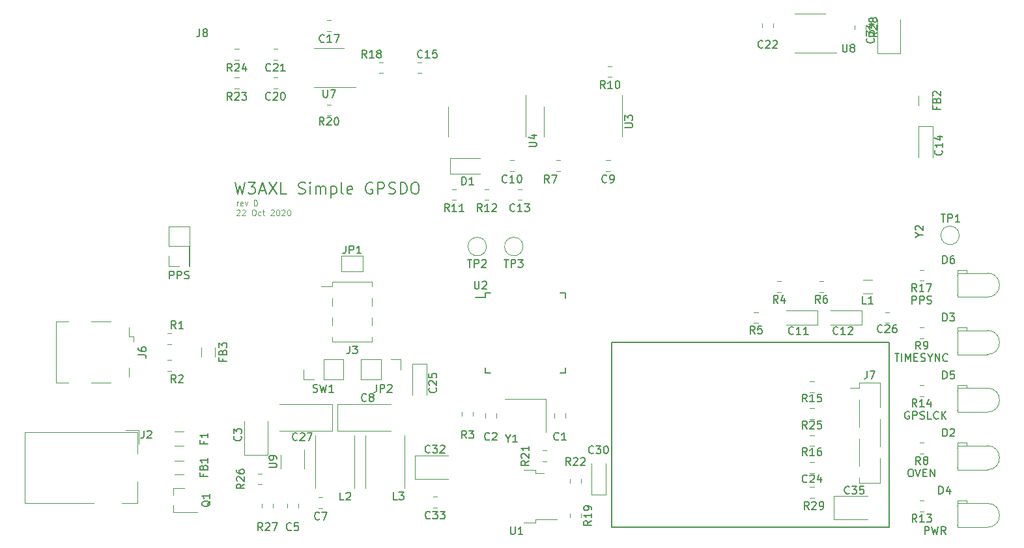
<source format=gbr>
%TF.GenerationSoftware,KiCad,Pcbnew,(5.1.9)-1*%
%TF.CreationDate,2021-10-23T17:52:33-05:00*%
%TF.ProjectId,simple-gpsdo,73696d70-6c65-42d6-9770-73646f2e6b69,C*%
%TF.SameCoordinates,Original*%
%TF.FileFunction,Legend,Top*%
%TF.FilePolarity,Positive*%
%FSLAX46Y46*%
G04 Gerber Fmt 4.6, Leading zero omitted, Abs format (unit mm)*
G04 Created by KiCad (PCBNEW (5.1.9)-1) date 2021-10-23 17:52:33*
%MOMM*%
%LPD*%
G01*
G04 APERTURE LIST*
%ADD10C,0.150000*%
%ADD11C,0.125000*%
%ADD12C,0.200000*%
%ADD13C,0.120000*%
G04 APERTURE END LIST*
D10*
X185261904Y-116202380D02*
X185261904Y-115202380D01*
X185642857Y-115202380D01*
X185738095Y-115250000D01*
X185785714Y-115297619D01*
X185833333Y-115392857D01*
X185833333Y-115535714D01*
X185785714Y-115630952D01*
X185738095Y-115678571D01*
X185642857Y-115726190D01*
X185261904Y-115726190D01*
X186261904Y-116202380D02*
X186261904Y-115202380D01*
X186642857Y-115202380D01*
X186738095Y-115250000D01*
X186785714Y-115297619D01*
X186833333Y-115392857D01*
X186833333Y-115535714D01*
X186785714Y-115630952D01*
X186738095Y-115678571D01*
X186642857Y-115726190D01*
X186261904Y-115726190D01*
X187214285Y-116154761D02*
X187357142Y-116202380D01*
X187595238Y-116202380D01*
X187690476Y-116154761D01*
X187738095Y-116107142D01*
X187785714Y-116011904D01*
X187785714Y-115916666D01*
X187738095Y-115821428D01*
X187690476Y-115773809D01*
X187595238Y-115726190D01*
X187404761Y-115678571D01*
X187309523Y-115630952D01*
X187261904Y-115583333D01*
X187214285Y-115488095D01*
X187214285Y-115392857D01*
X187261904Y-115297619D01*
X187309523Y-115250000D01*
X187404761Y-115202380D01*
X187642857Y-115202380D01*
X187785714Y-115250000D01*
D11*
X97509821Y-103464285D02*
X97509821Y-102964285D01*
X97509821Y-103107142D02*
X97545535Y-103035714D01*
X97581250Y-103000000D01*
X97652678Y-102964285D01*
X97724107Y-102964285D01*
X98259821Y-103428571D02*
X98188392Y-103464285D01*
X98045535Y-103464285D01*
X97974107Y-103428571D01*
X97938392Y-103357142D01*
X97938392Y-103071428D01*
X97974107Y-103000000D01*
X98045535Y-102964285D01*
X98188392Y-102964285D01*
X98259821Y-103000000D01*
X98295535Y-103071428D01*
X98295535Y-103142857D01*
X97938392Y-103214285D01*
X98545535Y-102964285D02*
X98724107Y-103464285D01*
X98902678Y-102964285D01*
X99759821Y-103464285D02*
X99759821Y-102714285D01*
X99938392Y-102714285D01*
X100045535Y-102750000D01*
X100116964Y-102821428D01*
X100152678Y-102892857D01*
X100188392Y-103035714D01*
X100188392Y-103142857D01*
X100152678Y-103285714D01*
X100116964Y-103357142D01*
X100045535Y-103428571D01*
X99938392Y-103464285D01*
X99759821Y-103464285D01*
X97474107Y-104035714D02*
X97509821Y-104000000D01*
X97581250Y-103964285D01*
X97759821Y-103964285D01*
X97831250Y-104000000D01*
X97866964Y-104035714D01*
X97902678Y-104107142D01*
X97902678Y-104178571D01*
X97866964Y-104285714D01*
X97438392Y-104714285D01*
X97902678Y-104714285D01*
X98188392Y-104035714D02*
X98224107Y-104000000D01*
X98295535Y-103964285D01*
X98474107Y-103964285D01*
X98545535Y-104000000D01*
X98581250Y-104035714D01*
X98616964Y-104107142D01*
X98616964Y-104178571D01*
X98581250Y-104285714D01*
X98152678Y-104714285D01*
X98616964Y-104714285D01*
X99652678Y-103964285D02*
X99795535Y-103964285D01*
X99866964Y-104000000D01*
X99938392Y-104071428D01*
X99974107Y-104214285D01*
X99974107Y-104464285D01*
X99938392Y-104607142D01*
X99866964Y-104678571D01*
X99795535Y-104714285D01*
X99652678Y-104714285D01*
X99581250Y-104678571D01*
X99509821Y-104607142D01*
X99474107Y-104464285D01*
X99474107Y-104214285D01*
X99509821Y-104071428D01*
X99581250Y-104000000D01*
X99652678Y-103964285D01*
X100616964Y-104678571D02*
X100545535Y-104714285D01*
X100402678Y-104714285D01*
X100331250Y-104678571D01*
X100295535Y-104642857D01*
X100259821Y-104571428D01*
X100259821Y-104357142D01*
X100295535Y-104285714D01*
X100331250Y-104250000D01*
X100402678Y-104214285D01*
X100545535Y-104214285D01*
X100616964Y-104250000D01*
X100831250Y-104214285D02*
X101116964Y-104214285D01*
X100938392Y-103964285D02*
X100938392Y-104607142D01*
X100974107Y-104678571D01*
X101045535Y-104714285D01*
X101116964Y-104714285D01*
X101902678Y-104035714D02*
X101938392Y-104000000D01*
X102009821Y-103964285D01*
X102188392Y-103964285D01*
X102259821Y-104000000D01*
X102295535Y-104035714D01*
X102331250Y-104107142D01*
X102331250Y-104178571D01*
X102295535Y-104285714D01*
X101866964Y-104714285D01*
X102331250Y-104714285D01*
X102795535Y-103964285D02*
X102866964Y-103964285D01*
X102938392Y-104000000D01*
X102974107Y-104035714D01*
X103009821Y-104107142D01*
X103045535Y-104250000D01*
X103045535Y-104428571D01*
X103009821Y-104571428D01*
X102974107Y-104642857D01*
X102938392Y-104678571D01*
X102866964Y-104714285D01*
X102795535Y-104714285D01*
X102724107Y-104678571D01*
X102688392Y-104642857D01*
X102652678Y-104571428D01*
X102616964Y-104428571D01*
X102616964Y-104250000D01*
X102652678Y-104107142D01*
X102688392Y-104035714D01*
X102724107Y-104000000D01*
X102795535Y-103964285D01*
X103331250Y-104035714D02*
X103366964Y-104000000D01*
X103438392Y-103964285D01*
X103616964Y-103964285D01*
X103688392Y-104000000D01*
X103724107Y-104035714D01*
X103759821Y-104107142D01*
X103759821Y-104178571D01*
X103724107Y-104285714D01*
X103295535Y-104714285D01*
X103759821Y-104714285D01*
X104224107Y-103964285D02*
X104295535Y-103964285D01*
X104366964Y-104000000D01*
X104402678Y-104035714D01*
X104438392Y-104107142D01*
X104474107Y-104250000D01*
X104474107Y-104428571D01*
X104438392Y-104571428D01*
X104402678Y-104642857D01*
X104366964Y-104678571D01*
X104295535Y-104714285D01*
X104224107Y-104714285D01*
X104152678Y-104678571D01*
X104116964Y-104642857D01*
X104081250Y-104571428D01*
X104045535Y-104428571D01*
X104045535Y-104250000D01*
X104081250Y-104107142D01*
X104116964Y-104035714D01*
X104152678Y-104000000D01*
X104224107Y-103964285D01*
D12*
X97250000Y-100428571D02*
X97607142Y-101928571D01*
X97892857Y-100857142D01*
X98178571Y-101928571D01*
X98535714Y-100428571D01*
X98964285Y-100428571D02*
X99892857Y-100428571D01*
X99392857Y-101000000D01*
X99607142Y-101000000D01*
X99750000Y-101071428D01*
X99821428Y-101142857D01*
X99892857Y-101285714D01*
X99892857Y-101642857D01*
X99821428Y-101785714D01*
X99750000Y-101857142D01*
X99607142Y-101928571D01*
X99178571Y-101928571D01*
X99035714Y-101857142D01*
X98964285Y-101785714D01*
X100464285Y-101500000D02*
X101178571Y-101500000D01*
X100321428Y-101928571D02*
X100821428Y-100428571D01*
X101321428Y-101928571D01*
X101678571Y-100428571D02*
X102678571Y-101928571D01*
X102678571Y-100428571D02*
X101678571Y-101928571D01*
X103964285Y-101928571D02*
X103250000Y-101928571D01*
X103250000Y-100428571D01*
X105535714Y-101857142D02*
X105750000Y-101928571D01*
X106107142Y-101928571D01*
X106250000Y-101857142D01*
X106321428Y-101785714D01*
X106392857Y-101642857D01*
X106392857Y-101500000D01*
X106321428Y-101357142D01*
X106250000Y-101285714D01*
X106107142Y-101214285D01*
X105821428Y-101142857D01*
X105678571Y-101071428D01*
X105607142Y-101000000D01*
X105535714Y-100857142D01*
X105535714Y-100714285D01*
X105607142Y-100571428D01*
X105678571Y-100500000D01*
X105821428Y-100428571D01*
X106178571Y-100428571D01*
X106392857Y-100500000D01*
X107035714Y-101928571D02*
X107035714Y-100928571D01*
X107035714Y-100428571D02*
X106964285Y-100500000D01*
X107035714Y-100571428D01*
X107107142Y-100500000D01*
X107035714Y-100428571D01*
X107035714Y-100571428D01*
X107750000Y-101928571D02*
X107750000Y-100928571D01*
X107750000Y-101071428D02*
X107821428Y-101000000D01*
X107964285Y-100928571D01*
X108178571Y-100928571D01*
X108321428Y-101000000D01*
X108392857Y-101142857D01*
X108392857Y-101928571D01*
X108392857Y-101142857D02*
X108464285Y-101000000D01*
X108607142Y-100928571D01*
X108821428Y-100928571D01*
X108964285Y-101000000D01*
X109035714Y-101142857D01*
X109035714Y-101928571D01*
X109750000Y-100928571D02*
X109750000Y-102428571D01*
X109750000Y-101000000D02*
X109892857Y-100928571D01*
X110178571Y-100928571D01*
X110321428Y-101000000D01*
X110392857Y-101071428D01*
X110464285Y-101214285D01*
X110464285Y-101642857D01*
X110392857Y-101785714D01*
X110321428Y-101857142D01*
X110178571Y-101928571D01*
X109892857Y-101928571D01*
X109750000Y-101857142D01*
X111321428Y-101928571D02*
X111178571Y-101857142D01*
X111107142Y-101714285D01*
X111107142Y-100428571D01*
X112464285Y-101857142D02*
X112321428Y-101928571D01*
X112035714Y-101928571D01*
X111892857Y-101857142D01*
X111821428Y-101714285D01*
X111821428Y-101142857D01*
X111892857Y-101000000D01*
X112035714Y-100928571D01*
X112321428Y-100928571D01*
X112464285Y-101000000D01*
X112535714Y-101142857D01*
X112535714Y-101285714D01*
X111821428Y-101428571D01*
X115107142Y-100500000D02*
X114964285Y-100428571D01*
X114750000Y-100428571D01*
X114535714Y-100500000D01*
X114392857Y-100642857D01*
X114321428Y-100785714D01*
X114250000Y-101071428D01*
X114250000Y-101285714D01*
X114321428Y-101571428D01*
X114392857Y-101714285D01*
X114535714Y-101857142D01*
X114750000Y-101928571D01*
X114892857Y-101928571D01*
X115107142Y-101857142D01*
X115178571Y-101785714D01*
X115178571Y-101285714D01*
X114892857Y-101285714D01*
X115821428Y-101928571D02*
X115821428Y-100428571D01*
X116392857Y-100428571D01*
X116535714Y-100500000D01*
X116607142Y-100571428D01*
X116678571Y-100714285D01*
X116678571Y-100928571D01*
X116607142Y-101071428D01*
X116535714Y-101142857D01*
X116392857Y-101214285D01*
X115821428Y-101214285D01*
X117250000Y-101857142D02*
X117464285Y-101928571D01*
X117821428Y-101928571D01*
X117964285Y-101857142D01*
X118035714Y-101785714D01*
X118107142Y-101642857D01*
X118107142Y-101500000D01*
X118035714Y-101357142D01*
X117964285Y-101285714D01*
X117821428Y-101214285D01*
X117535714Y-101142857D01*
X117392857Y-101071428D01*
X117321428Y-101000000D01*
X117250000Y-100857142D01*
X117250000Y-100714285D01*
X117321428Y-100571428D01*
X117392857Y-100500000D01*
X117535714Y-100428571D01*
X117892857Y-100428571D01*
X118107142Y-100500000D01*
X118750000Y-101928571D02*
X118750000Y-100428571D01*
X119107142Y-100428571D01*
X119321428Y-100500000D01*
X119464285Y-100642857D01*
X119535714Y-100785714D01*
X119607142Y-101071428D01*
X119607142Y-101285714D01*
X119535714Y-101571428D01*
X119464285Y-101714285D01*
X119321428Y-101857142D01*
X119107142Y-101928571D01*
X118750000Y-101928571D01*
X120535714Y-100428571D02*
X120821428Y-100428571D01*
X120964285Y-100500000D01*
X121107142Y-100642857D01*
X121178571Y-100928571D01*
X121178571Y-101428571D01*
X121107142Y-101714285D01*
X120964285Y-101857142D01*
X120821428Y-101928571D01*
X120535714Y-101928571D01*
X120392857Y-101857142D01*
X120250000Y-101714285D01*
X120178571Y-101428571D01*
X120178571Y-100928571D01*
X120250000Y-100642857D01*
X120392857Y-100500000D01*
X120535714Y-100428571D01*
D10*
X182250000Y-145250000D02*
X182250000Y-121250000D01*
X146250000Y-145250000D02*
X182250000Y-145250000D01*
X146250000Y-121250000D02*
X146250000Y-145250000D01*
X182250000Y-121250000D02*
X146250000Y-121250000D01*
X88761904Y-112952380D02*
X88761904Y-111952380D01*
X89142857Y-111952380D01*
X89238095Y-112000000D01*
X89285714Y-112047619D01*
X89333333Y-112142857D01*
X89333333Y-112285714D01*
X89285714Y-112380952D01*
X89238095Y-112428571D01*
X89142857Y-112476190D01*
X88761904Y-112476190D01*
X89761904Y-112952380D02*
X89761904Y-111952380D01*
X90142857Y-111952380D01*
X90238095Y-112000000D01*
X90285714Y-112047619D01*
X90333333Y-112142857D01*
X90333333Y-112285714D01*
X90285714Y-112380952D01*
X90238095Y-112428571D01*
X90142857Y-112476190D01*
X89761904Y-112476190D01*
X90714285Y-112904761D02*
X90857142Y-112952380D01*
X91095238Y-112952380D01*
X91190476Y-112904761D01*
X91238095Y-112857142D01*
X91285714Y-112761904D01*
X91285714Y-112666666D01*
X91238095Y-112571428D01*
X91190476Y-112523809D01*
X91095238Y-112476190D01*
X90904761Y-112428571D01*
X90809523Y-112380952D01*
X90761904Y-112333333D01*
X90714285Y-112238095D01*
X90714285Y-112142857D01*
X90761904Y-112047619D01*
X90809523Y-112000000D01*
X90904761Y-111952380D01*
X91142857Y-111952380D01*
X91285714Y-112000000D01*
X183023809Y-122702380D02*
X183595238Y-122702380D01*
X183309523Y-123702380D02*
X183309523Y-122702380D01*
X183928571Y-123702380D02*
X183928571Y-122702380D01*
X184404761Y-123702380D02*
X184404761Y-122702380D01*
X184738095Y-123416666D01*
X185071428Y-122702380D01*
X185071428Y-123702380D01*
X185547619Y-123178571D02*
X185880952Y-123178571D01*
X186023809Y-123702380D02*
X185547619Y-123702380D01*
X185547619Y-122702380D01*
X186023809Y-122702380D01*
X186404761Y-123654761D02*
X186547619Y-123702380D01*
X186785714Y-123702380D01*
X186880952Y-123654761D01*
X186928571Y-123607142D01*
X186976190Y-123511904D01*
X186976190Y-123416666D01*
X186928571Y-123321428D01*
X186880952Y-123273809D01*
X186785714Y-123226190D01*
X186595238Y-123178571D01*
X186500000Y-123130952D01*
X186452380Y-123083333D01*
X186404761Y-122988095D01*
X186404761Y-122892857D01*
X186452380Y-122797619D01*
X186500000Y-122750000D01*
X186595238Y-122702380D01*
X186833333Y-122702380D01*
X186976190Y-122750000D01*
X187595238Y-123226190D02*
X187595238Y-123702380D01*
X187261904Y-122702380D02*
X187595238Y-123226190D01*
X187928571Y-122702380D01*
X188261904Y-123702380D02*
X188261904Y-122702380D01*
X188833333Y-123702380D01*
X188833333Y-122702380D01*
X189880952Y-123607142D02*
X189833333Y-123654761D01*
X189690476Y-123702380D01*
X189595238Y-123702380D01*
X189452380Y-123654761D01*
X189357142Y-123559523D01*
X189309523Y-123464285D01*
X189261904Y-123273809D01*
X189261904Y-123130952D01*
X189309523Y-122940476D01*
X189357142Y-122845238D01*
X189452380Y-122750000D01*
X189595238Y-122702380D01*
X189690476Y-122702380D01*
X189833333Y-122750000D01*
X189880952Y-122797619D01*
X184880952Y-130250000D02*
X184785714Y-130202380D01*
X184642857Y-130202380D01*
X184500000Y-130250000D01*
X184404761Y-130345238D01*
X184357142Y-130440476D01*
X184309523Y-130630952D01*
X184309523Y-130773809D01*
X184357142Y-130964285D01*
X184404761Y-131059523D01*
X184500000Y-131154761D01*
X184642857Y-131202380D01*
X184738095Y-131202380D01*
X184880952Y-131154761D01*
X184928571Y-131107142D01*
X184928571Y-130773809D01*
X184738095Y-130773809D01*
X185357142Y-131202380D02*
X185357142Y-130202380D01*
X185738095Y-130202380D01*
X185833333Y-130250000D01*
X185880952Y-130297619D01*
X185928571Y-130392857D01*
X185928571Y-130535714D01*
X185880952Y-130630952D01*
X185833333Y-130678571D01*
X185738095Y-130726190D01*
X185357142Y-130726190D01*
X186309523Y-131154761D02*
X186452380Y-131202380D01*
X186690476Y-131202380D01*
X186785714Y-131154761D01*
X186833333Y-131107142D01*
X186880952Y-131011904D01*
X186880952Y-130916666D01*
X186833333Y-130821428D01*
X186785714Y-130773809D01*
X186690476Y-130726190D01*
X186500000Y-130678571D01*
X186404761Y-130630952D01*
X186357142Y-130583333D01*
X186309523Y-130488095D01*
X186309523Y-130392857D01*
X186357142Y-130297619D01*
X186404761Y-130250000D01*
X186500000Y-130202380D01*
X186738095Y-130202380D01*
X186880952Y-130250000D01*
X187785714Y-131202380D02*
X187309523Y-131202380D01*
X187309523Y-130202380D01*
X188690476Y-131107142D02*
X188642857Y-131154761D01*
X188500000Y-131202380D01*
X188404761Y-131202380D01*
X188261904Y-131154761D01*
X188166666Y-131059523D01*
X188119047Y-130964285D01*
X188071428Y-130773809D01*
X188071428Y-130630952D01*
X188119047Y-130440476D01*
X188166666Y-130345238D01*
X188261904Y-130250000D01*
X188404761Y-130202380D01*
X188500000Y-130202380D01*
X188642857Y-130250000D01*
X188690476Y-130297619D01*
X189119047Y-131202380D02*
X189119047Y-130202380D01*
X189690476Y-131202380D02*
X189261904Y-130630952D01*
X189690476Y-130202380D02*
X189119047Y-130773809D01*
X185000000Y-137702380D02*
X185190476Y-137702380D01*
X185285714Y-137750000D01*
X185380952Y-137845238D01*
X185428571Y-138035714D01*
X185428571Y-138369047D01*
X185380952Y-138559523D01*
X185285714Y-138654761D01*
X185190476Y-138702380D01*
X185000000Y-138702380D01*
X184904761Y-138654761D01*
X184809523Y-138559523D01*
X184761904Y-138369047D01*
X184761904Y-138035714D01*
X184809523Y-137845238D01*
X184904761Y-137750000D01*
X185000000Y-137702380D01*
X185714285Y-137702380D02*
X186047619Y-138702380D01*
X186380952Y-137702380D01*
X186714285Y-138178571D02*
X187047619Y-138178571D01*
X187190476Y-138702380D02*
X186714285Y-138702380D01*
X186714285Y-137702380D01*
X187190476Y-137702380D01*
X187619047Y-138702380D02*
X187619047Y-137702380D01*
X188190476Y-138702380D01*
X188190476Y-137702380D01*
X186916666Y-146202380D02*
X186916666Y-145202380D01*
X187297619Y-145202380D01*
X187392857Y-145250000D01*
X187440476Y-145297619D01*
X187488095Y-145392857D01*
X187488095Y-145535714D01*
X187440476Y-145630952D01*
X187392857Y-145678571D01*
X187297619Y-145726190D01*
X186916666Y-145726190D01*
X187821428Y-145202380D02*
X188059523Y-146202380D01*
X188250000Y-145488095D01*
X188440476Y-146202380D01*
X188678571Y-145202380D01*
X189630952Y-146202380D02*
X189297619Y-145726190D01*
X189059523Y-146202380D02*
X189059523Y-145202380D01*
X189440476Y-145202380D01*
X189535714Y-145250000D01*
X189583333Y-145297619D01*
X189630952Y-145392857D01*
X189630952Y-145535714D01*
X189583333Y-145630952D01*
X189535714Y-145678571D01*
X189440476Y-145726190D01*
X189059523Y-145726190D01*
D13*
%TO.C,U3*%
X147560000Y-92500000D02*
X147560000Y-89050000D01*
X147560000Y-92500000D02*
X147560000Y-94450000D01*
X137440000Y-92500000D02*
X137440000Y-90550000D01*
X137440000Y-92500000D02*
X137440000Y-94450000D01*
%TO.C,C1*%
X140210000Y-131011252D02*
X140210000Y-130488748D01*
X138790000Y-131011252D02*
X138790000Y-130488748D01*
%TO.C,C2*%
X131210000Y-130488748D02*
X131210000Y-131011252D01*
X129790000Y-130488748D02*
X129790000Y-131011252D01*
%TO.C,C9*%
X145488748Y-97540000D02*
X146011252Y-97540000D01*
X145488748Y-98960000D02*
X146011252Y-98960000D01*
%TO.C,C10*%
X132988748Y-98960000D02*
X133511252Y-98960000D01*
X132988748Y-97540000D02*
X133511252Y-97540000D01*
%TO.C,C13*%
X134511252Y-101290000D02*
X133988748Y-101290000D01*
X134511252Y-102710000D02*
X133988748Y-102710000D01*
%TO.C,C15*%
X120988748Y-86210000D02*
X121511252Y-86210000D01*
X120988748Y-84790000D02*
X121511252Y-84790000D01*
%TO.C,C17*%
X109761252Y-80710000D02*
X109238748Y-80710000D01*
X109761252Y-79290000D02*
X109238748Y-79290000D01*
%TO.C,C20*%
X102238748Y-88210000D02*
X102761252Y-88210000D01*
X102238748Y-86790000D02*
X102761252Y-86790000D01*
%TO.C,C21*%
X102238748Y-83040000D02*
X102761252Y-83040000D01*
X102238748Y-84460000D02*
X102761252Y-84460000D01*
%TO.C,D1*%
X125250000Y-97250000D02*
X125250000Y-99250000D01*
X125250000Y-99250000D02*
X129150000Y-99250000D01*
X125250000Y-97250000D02*
X129150000Y-97250000D01*
%TO.C,F1*%
X90602064Y-134660000D02*
X89397936Y-134660000D01*
X90602064Y-132840000D02*
X89397936Y-132840000D01*
%TO.C,J2*%
X78950000Y-142100000D02*
X69950000Y-142100000D01*
X69950000Y-142100000D02*
X69950000Y-132900000D01*
X69950000Y-132900000D02*
X84550000Y-132900000D01*
X84550000Y-132900000D02*
X84550000Y-135700000D01*
X84550000Y-139300000D02*
X84550000Y-142100000D01*
X84550000Y-142100000D02*
X82550000Y-142100000D01*
X83050000Y-132660000D02*
X84790000Y-132660000D01*
X84790000Y-132660000D02*
X84790000Y-134400000D01*
%TO.C,J3*%
X109900000Y-113380000D02*
X115100000Y-113380000D01*
X109900000Y-121120000D02*
X115100000Y-121120000D01*
X108460000Y-113950000D02*
X109900000Y-113950000D01*
X109900000Y-113380000D02*
X109900000Y-113950000D01*
X115100000Y-113380000D02*
X115100000Y-113950000D01*
X109900000Y-120550000D02*
X109900000Y-121120000D01*
X115100000Y-120550000D02*
X115100000Y-121120000D01*
X109900000Y-115470000D02*
X109900000Y-116490000D01*
X115100000Y-115470000D02*
X115100000Y-116490000D01*
X109900000Y-118010000D02*
X109900000Y-119030000D01*
X115100000Y-118010000D02*
X115100000Y-119030000D01*
%TO.C,JP1*%
X111100000Y-112000000D02*
X111100000Y-110000000D01*
X113900000Y-112000000D02*
X111100000Y-112000000D01*
X113900000Y-110000000D02*
X113900000Y-112000000D01*
X111100000Y-110000000D02*
X113900000Y-110000000D01*
%TO.C,R1*%
X89011252Y-120040000D02*
X88488748Y-120040000D01*
X89011252Y-121460000D02*
X88488748Y-121460000D01*
%TO.C,R2*%
X88488748Y-123540000D02*
X89011252Y-123540000D01*
X88488748Y-124960000D02*
X89011252Y-124960000D01*
%TO.C,R3*%
X128210000Y-130761252D02*
X128210000Y-130238748D01*
X126790000Y-130761252D02*
X126790000Y-130238748D01*
%TO.C,R8*%
X186786252Y-134290000D02*
X186263748Y-134290000D01*
X186786252Y-135710000D02*
X186263748Y-135710000D01*
%TO.C,R9*%
X186786252Y-119290000D02*
X186263748Y-119290000D01*
X186786252Y-120710000D02*
X186263748Y-120710000D01*
%TO.C,R11*%
X125488748Y-101290000D02*
X126011252Y-101290000D01*
X125488748Y-102710000D02*
X126011252Y-102710000D01*
%TO.C,R12*%
X129738748Y-102710000D02*
X130261252Y-102710000D01*
X129738748Y-101290000D02*
X130261252Y-101290000D01*
%TO.C,R13*%
X186786252Y-141790000D02*
X186263748Y-141790000D01*
X186786252Y-143210000D02*
X186263748Y-143210000D01*
%TO.C,R14*%
X186786252Y-128210000D02*
X186263748Y-128210000D01*
X186786252Y-126790000D02*
X186263748Y-126790000D01*
%TO.C,R18*%
X115988748Y-86210000D02*
X116511252Y-86210000D01*
X115988748Y-84790000D02*
X116511252Y-84790000D01*
%TO.C,R20*%
X109213748Y-90290000D02*
X109736252Y-90290000D01*
X109213748Y-91710000D02*
X109736252Y-91710000D01*
%TO.C,R23*%
X97238748Y-86790000D02*
X97761252Y-86790000D01*
X97238748Y-88210000D02*
X97761252Y-88210000D01*
%TO.C,R24*%
X97238748Y-84460000D02*
X97761252Y-84460000D01*
X97238748Y-83040000D02*
X97761252Y-83040000D01*
D10*
%TO.C,U2*%
X129825000Y-114825000D02*
X129825000Y-115400000D01*
X140175000Y-114825000D02*
X140175000Y-115500000D01*
X140175000Y-125175000D02*
X140175000Y-124500000D01*
X129825000Y-125175000D02*
X129825000Y-124500000D01*
X129825000Y-114825000D02*
X130500000Y-114825000D01*
X129825000Y-125175000D02*
X130500000Y-125175000D01*
X140175000Y-125175000D02*
X139500000Y-125175000D01*
X140175000Y-114825000D02*
X139500000Y-114825000D01*
X129825000Y-115400000D02*
X128550000Y-115400000D01*
D13*
%TO.C,U4*%
X124940000Y-92500000D02*
X124940000Y-94450000D01*
X124940000Y-92500000D02*
X124940000Y-90550000D01*
X135060000Y-92500000D02*
X135060000Y-94450000D01*
X135060000Y-92500000D02*
X135060000Y-89050000D01*
%TO.C,U7*%
X109500000Y-88060000D02*
X112950000Y-88060000D01*
X109500000Y-88060000D02*
X107550000Y-88060000D01*
X109500000Y-82940000D02*
X111450000Y-82940000D01*
X109500000Y-82940000D02*
X107550000Y-82940000D01*
%TO.C,C5*%
X104040000Y-142761252D02*
X104040000Y-142238748D01*
X105460000Y-142761252D02*
X105460000Y-142238748D01*
%TO.C,C7*%
X108138748Y-141390000D02*
X108661252Y-141390000D01*
X108138748Y-142810000D02*
X108661252Y-142810000D01*
%TO.C,C22*%
X167210000Y-79738748D02*
X167210000Y-80261252D01*
X165790000Y-79738748D02*
X165790000Y-80261252D01*
%TO.C,C24*%
X171988748Y-136790000D02*
X172511252Y-136790000D01*
X171988748Y-138210000D02*
X172511252Y-138210000D01*
%TO.C,C26*%
X182286252Y-117290000D02*
X181763748Y-117290000D01*
X182286252Y-118710000D02*
X181763748Y-118710000D01*
%TO.C,FB1*%
X89397936Y-138410000D02*
X90602064Y-138410000D01*
X89397936Y-136590000D02*
X90602064Y-136590000D01*
%TO.C,FB2*%
X186090000Y-90364564D02*
X186090000Y-89160436D01*
X187910000Y-90364564D02*
X187910000Y-89160436D01*
%TO.C,J7*%
X177210000Y-127160000D02*
X178420000Y-127160000D01*
X178420000Y-138840000D02*
X178420000Y-139510000D01*
X178420000Y-133760000D02*
X178420000Y-137320000D01*
X178420000Y-128680000D02*
X178420000Y-132240000D01*
X178420000Y-126490000D02*
X178420000Y-127160000D01*
X178420000Y-139510000D02*
X181080000Y-139510000D01*
X181080000Y-136300000D02*
X181080000Y-139510000D01*
X181080000Y-131220000D02*
X181080000Y-134780000D01*
X181080000Y-126490000D02*
X181080000Y-129700000D01*
X178420000Y-126490000D02*
X181080000Y-126490000D01*
%TO.C,JP2*%
X118830000Y-123420000D02*
X118830000Y-124750000D01*
X117500000Y-123420000D02*
X118830000Y-123420000D01*
X116230000Y-123420000D02*
X116230000Y-126080000D01*
X116230000Y-126080000D02*
X113630000Y-126080000D01*
X116230000Y-123420000D02*
X113630000Y-123420000D01*
X113630000Y-123420000D02*
X113630000Y-126080000D01*
%TO.C,L1*%
X178910436Y-114910000D02*
X180114564Y-114910000D01*
X178910436Y-113090000D02*
X180114564Y-113090000D01*
%TO.C,R4*%
X168261252Y-113290000D02*
X167738748Y-113290000D01*
X168261252Y-114710000D02*
X167738748Y-114710000D01*
%TO.C,R5*%
X165236252Y-118710000D02*
X164713748Y-118710000D01*
X165236252Y-117290000D02*
X164713748Y-117290000D01*
%TO.C,R6*%
X173761252Y-113290000D02*
X173238748Y-113290000D01*
X173761252Y-114710000D02*
X173238748Y-114710000D01*
%TO.C,R7*%
X139511252Y-98960000D02*
X138988748Y-98960000D01*
X139511252Y-97540000D02*
X138988748Y-97540000D01*
%TO.C,R10*%
X145738748Y-86710000D02*
X146261252Y-86710000D01*
X145738748Y-85290000D02*
X146261252Y-85290000D01*
%TO.C,R15*%
X171988748Y-126290000D02*
X172511252Y-126290000D01*
X171988748Y-127710000D02*
X172511252Y-127710000D01*
%TO.C,R16*%
X171988748Y-133290000D02*
X172511252Y-133290000D01*
X171988748Y-134710000D02*
X172511252Y-134710000D01*
%TO.C,R25*%
X171988748Y-131210000D02*
X172511252Y-131210000D01*
X171988748Y-129790000D02*
X172511252Y-129790000D01*
%TO.C,TP1*%
X191400000Y-107300000D02*
G75*
G03*
X191400000Y-107300000I-1200000J0D01*
G01*
%TO.C,TP2*%
X129950000Y-108750000D02*
G75*
G03*
X129950000Y-108750000I-1200000J0D01*
G01*
%TO.C,TP3*%
X134700000Y-108750000D02*
G75*
G03*
X134700000Y-108750000I-1200000J0D01*
G01*
%TO.C,U8*%
X172000000Y-83560000D02*
X175450000Y-83560000D01*
X172000000Y-83560000D02*
X170050000Y-83560000D01*
X172000000Y-78440000D02*
X173950000Y-78440000D01*
X172000000Y-78440000D02*
X170050000Y-78440000D01*
%TO.C,Y1*%
X137700000Y-128600000D02*
X132300000Y-128600000D01*
X137700000Y-132900000D02*
X137700000Y-128600000D01*
%TO.C,R26*%
X100761252Y-138290000D02*
X100238748Y-138290000D01*
X100761252Y-139710000D02*
X100238748Y-139710000D01*
%TO.C,R27*%
X102210000Y-142238748D02*
X102210000Y-142761252D01*
X100790000Y-142238748D02*
X100790000Y-142761252D01*
%TO.C,U9*%
X106260000Y-137630000D02*
X106260000Y-135200000D01*
X103190000Y-135870000D02*
X103190000Y-137630000D01*
%TO.C,L2*%
X112800000Y-140200000D02*
X112800000Y-133300000D01*
X107700000Y-140200000D02*
X107700000Y-133300000D01*
%TO.C,C33*%
X123511252Y-141290000D02*
X122988748Y-141290000D01*
X123511252Y-142710000D02*
X122988748Y-142710000D01*
%TO.C,L3*%
X119300000Y-140200000D02*
X119300000Y-133300000D01*
X114200000Y-140200000D02*
X114200000Y-133300000D01*
%TO.C,Q1*%
X89240000Y-140170000D02*
X89240000Y-141100000D01*
X89240000Y-143330000D02*
X89240000Y-142400000D01*
X89240000Y-143330000D02*
X92400000Y-143330000D01*
X89240000Y-140170000D02*
X90700000Y-140170000D01*
%TO.C,J1*%
X91330000Y-111330000D02*
X91330000Y-106130000D01*
X91270000Y-111330000D02*
X91330000Y-111330000D01*
X88670000Y-106130000D02*
X91330000Y-106130000D01*
X91270000Y-111330000D02*
X91270000Y-108730000D01*
X91270000Y-108730000D02*
X88670000Y-108730000D01*
X88670000Y-108730000D02*
X88670000Y-106130000D01*
X90000000Y-111330000D02*
X88670000Y-111330000D01*
X88670000Y-111330000D02*
X88670000Y-110000000D01*
%TO.C,R28*%
X177790000Y-80511252D02*
X177790000Y-79988748D01*
X179210000Y-80511252D02*
X179210000Y-79988748D01*
%TO.C,R29*%
X171988748Y-141460000D02*
X172511252Y-141460000D01*
X171988748Y-140040000D02*
X172511252Y-140040000D01*
%TO.C,D2*%
X191210000Y-137790000D02*
X195070000Y-137790000D01*
X191210000Y-134670000D02*
X195070000Y-134670000D01*
X191210000Y-137790000D02*
X191210000Y-134670000D01*
X191210000Y-134270000D02*
X192330000Y-134270000D01*
X192330000Y-134270000D02*
X192330000Y-134670000D01*
X192330000Y-134670000D02*
X191210000Y-134670000D01*
X191210000Y-134670000D02*
X191210000Y-134270000D01*
X191080000Y-137500000D02*
X191210000Y-137500000D01*
X191210000Y-137500000D02*
X191210000Y-137500000D01*
X191210000Y-137500000D02*
X191080000Y-137500000D01*
X191080000Y-137500000D02*
X191080000Y-137500000D01*
X191080000Y-134960000D02*
X191210000Y-134960000D01*
X191210000Y-134960000D02*
X191210000Y-134960000D01*
X191210000Y-134960000D02*
X191080000Y-134960000D01*
X191080000Y-134960000D02*
X191080000Y-134960000D01*
X195070000Y-134670000D02*
G75*
G02*
X195070000Y-137790000I0J-1560000D01*
G01*
%TO.C,D3*%
X191080000Y-119960000D02*
X191080000Y-119960000D01*
X191210000Y-119960000D02*
X191080000Y-119960000D01*
X191210000Y-119960000D02*
X191210000Y-119960000D01*
X191080000Y-119960000D02*
X191210000Y-119960000D01*
X191080000Y-122500000D02*
X191080000Y-122500000D01*
X191210000Y-122500000D02*
X191080000Y-122500000D01*
X191210000Y-122500000D02*
X191210000Y-122500000D01*
X191080000Y-122500000D02*
X191210000Y-122500000D01*
X191210000Y-119670000D02*
X191210000Y-119270000D01*
X192330000Y-119670000D02*
X191210000Y-119670000D01*
X192330000Y-119270000D02*
X192330000Y-119670000D01*
X191210000Y-119270000D02*
X192330000Y-119270000D01*
X191210000Y-122790000D02*
X191210000Y-119670000D01*
X191210000Y-119670000D02*
X195070000Y-119670000D01*
X191210000Y-122790000D02*
X195070000Y-122790000D01*
X195070000Y-119670000D02*
G75*
G02*
X195070000Y-122790000I0J-1560000D01*
G01*
%TO.C,D4*%
X191210000Y-145290000D02*
X195070000Y-145290000D01*
X191210000Y-142170000D02*
X195070000Y-142170000D01*
X191210000Y-145290000D02*
X191210000Y-142170000D01*
X191210000Y-141770000D02*
X192330000Y-141770000D01*
X192330000Y-141770000D02*
X192330000Y-142170000D01*
X192330000Y-142170000D02*
X191210000Y-142170000D01*
X191210000Y-142170000D02*
X191210000Y-141770000D01*
X191080000Y-145000000D02*
X191210000Y-145000000D01*
X191210000Y-145000000D02*
X191210000Y-145000000D01*
X191210000Y-145000000D02*
X191080000Y-145000000D01*
X191080000Y-145000000D02*
X191080000Y-145000000D01*
X191080000Y-142460000D02*
X191210000Y-142460000D01*
X191210000Y-142460000D02*
X191210000Y-142460000D01*
X191210000Y-142460000D02*
X191080000Y-142460000D01*
X191080000Y-142460000D02*
X191080000Y-142460000D01*
X195070000Y-142170000D02*
G75*
G02*
X195070000Y-145290000I0J-1560000D01*
G01*
%TO.C,D5*%
X191080000Y-127460000D02*
X191080000Y-127460000D01*
X191210000Y-127460000D02*
X191080000Y-127460000D01*
X191210000Y-127460000D02*
X191210000Y-127460000D01*
X191080000Y-127460000D02*
X191210000Y-127460000D01*
X191080000Y-130000000D02*
X191080000Y-130000000D01*
X191210000Y-130000000D02*
X191080000Y-130000000D01*
X191210000Y-130000000D02*
X191210000Y-130000000D01*
X191080000Y-130000000D02*
X191210000Y-130000000D01*
X191210000Y-127170000D02*
X191210000Y-126770000D01*
X192330000Y-127170000D02*
X191210000Y-127170000D01*
X192330000Y-126770000D02*
X192330000Y-127170000D01*
X191210000Y-126770000D02*
X192330000Y-126770000D01*
X191210000Y-130290000D02*
X191210000Y-127170000D01*
X191210000Y-127170000D02*
X195070000Y-127170000D01*
X191210000Y-130290000D02*
X195070000Y-130290000D01*
X195070000Y-127170000D02*
G75*
G02*
X195070000Y-130290000I0J-1560000D01*
G01*
%TO.C,FB3*%
X92840000Y-121897936D02*
X92840000Y-123102064D01*
X94660000Y-121897936D02*
X94660000Y-123102064D01*
%TO.C,J6*%
X73990000Y-126460000D02*
X75650000Y-126460000D01*
X73990000Y-118540000D02*
X73990000Y-126460000D01*
X75650000Y-118540000D02*
X73990000Y-118540000D01*
X83460000Y-124550000D02*
X83460000Y-125700000D01*
X84050000Y-120450000D02*
X84050000Y-121150000D01*
X83460000Y-120450000D02*
X84050000Y-120450000D01*
X83460000Y-119300000D02*
X83460000Y-120450000D01*
X81150000Y-126460000D02*
X78550000Y-126460000D01*
X78550000Y-118540000D02*
X81150000Y-118540000D01*
%TO.C,SW1*%
X106170000Y-126080000D02*
X106170000Y-124750000D01*
X107500000Y-126080000D02*
X106170000Y-126080000D01*
X108770000Y-126080000D02*
X108770000Y-123420000D01*
X108770000Y-123420000D02*
X111370000Y-123420000D01*
X108770000Y-126080000D02*
X111370000Y-126080000D01*
X111370000Y-126080000D02*
X111370000Y-123420000D01*
%TO.C,D6*%
X191080000Y-112500000D02*
X191080000Y-112500000D01*
X191210000Y-112500000D02*
X191080000Y-112500000D01*
X191210000Y-112500000D02*
X191210000Y-112500000D01*
X191080000Y-112500000D02*
X191210000Y-112500000D01*
X191080000Y-115040000D02*
X191080000Y-115040000D01*
X191210000Y-115040000D02*
X191080000Y-115040000D01*
X191210000Y-115040000D02*
X191210000Y-115040000D01*
X191080000Y-115040000D02*
X191210000Y-115040000D01*
X191210000Y-112210000D02*
X191210000Y-111810000D01*
X192330000Y-112210000D02*
X191210000Y-112210000D01*
X192330000Y-111810000D02*
X192330000Y-112210000D01*
X191210000Y-111810000D02*
X192330000Y-111810000D01*
X191210000Y-115330000D02*
X191210000Y-112210000D01*
X191210000Y-112210000D02*
X195070000Y-112210000D01*
X191210000Y-115330000D02*
X195070000Y-115330000D01*
X195070000Y-112210000D02*
G75*
G02*
X195070000Y-115330000I0J-1560000D01*
G01*
%TO.C,R17*%
X186761252Y-111790000D02*
X186238748Y-111790000D01*
X186761252Y-113210000D02*
X186238748Y-113210000D01*
%TO.C,C3*%
X101510000Y-135885000D02*
X101510000Y-131500000D01*
X98490000Y-135885000D02*
X101510000Y-135885000D01*
X98490000Y-131500000D02*
X98490000Y-135885000D01*
%TO.C,C8*%
X117500000Y-129290000D02*
X110565000Y-129290000D01*
X110565000Y-129290000D02*
X110565000Y-132710000D01*
X110565000Y-132710000D02*
X117500000Y-132710000D01*
%TO.C,C27*%
X109935000Y-129290000D02*
X103000000Y-129290000D01*
X109935000Y-132710000D02*
X109935000Y-129290000D01*
X103000000Y-132710000D02*
X109935000Y-132710000D01*
%TO.C,C32*%
X120615000Y-139010000D02*
X125000000Y-139010000D01*
X120615000Y-135990000D02*
X120615000Y-139010000D01*
X125000000Y-135990000D02*
X120615000Y-135990000D01*
%TO.C,C34*%
X180740000Y-79250000D02*
X180740000Y-83635000D01*
X180740000Y-83635000D02*
X183760000Y-83635000D01*
X183760000Y-83635000D02*
X183760000Y-79250000D01*
%TO.C,C35*%
X179500000Y-141240000D02*
X175115000Y-141240000D01*
X175115000Y-141240000D02*
X175115000Y-144260000D01*
X175115000Y-144260000D02*
X179500000Y-144260000D01*
%TO.C,C11*%
X168900000Y-118935000D02*
X172985000Y-118935000D01*
X172985000Y-118935000D02*
X172985000Y-117065000D01*
X172985000Y-117065000D02*
X168900000Y-117065000D01*
%TO.C,C12*%
X178760001Y-117065000D02*
X174675001Y-117065000D01*
X178760001Y-118935000D02*
X178760001Y-117065000D01*
X174675001Y-118935000D02*
X178760001Y-118935000D01*
%TO.C,C14*%
X186065000Y-93115000D02*
X186065000Y-97200000D01*
X187935000Y-93115000D02*
X186065000Y-93115000D01*
X187935000Y-97200000D02*
X187935000Y-93115000D01*
%TO.C,C25*%
X122185000Y-128112500D02*
X122185000Y-124027500D01*
X122185000Y-124027500D02*
X120315000Y-124027500D01*
X120315000Y-124027500D02*
X120315000Y-128112500D01*
%TO.C,C30*%
X143565000Y-136962500D02*
X143565000Y-141047500D01*
X143565000Y-141047500D02*
X145435000Y-141047500D01*
X145435000Y-141047500D02*
X145435000Y-136962500D01*
%TO.C,R19*%
X140790000Y-143513748D02*
X140790000Y-144036252D01*
X142210000Y-143513748D02*
X142210000Y-144036252D01*
%TO.C,R21*%
X137761252Y-136710000D02*
X137238748Y-136710000D01*
X137761252Y-135290000D02*
X137238748Y-135290000D01*
%TO.C,R22*%
X142210000Y-138988748D02*
X142210000Y-139511252D01*
X140790000Y-138988748D02*
X140790000Y-139511252D01*
%TO.C,U1*%
X134820000Y-144700000D02*
X136320000Y-144700000D01*
X136320000Y-144700000D02*
X136320000Y-144230000D01*
X136320000Y-144230000D02*
X139150000Y-144230000D01*
X134820000Y-137800000D02*
X136320000Y-137800000D01*
X136320000Y-137800000D02*
X136320000Y-138270000D01*
X136320000Y-138270000D02*
X137420000Y-138270000D01*
%TO.C,Y2*%
D10*
X186226190Y-107226190D02*
X186702380Y-107226190D01*
X185702380Y-107559523D02*
X186226190Y-107226190D01*
X185702380Y-106892857D01*
X185797619Y-106607142D02*
X185750000Y-106559523D01*
X185702380Y-106464285D01*
X185702380Y-106226190D01*
X185750000Y-106130952D01*
X185797619Y-106083333D01*
X185892857Y-106035714D01*
X185988095Y-106035714D01*
X186130952Y-106083333D01*
X186702380Y-106654761D01*
X186702380Y-106035714D01*
%TO.C,U3*%
X147952380Y-93261904D02*
X148761904Y-93261904D01*
X148857142Y-93214285D01*
X148904761Y-93166666D01*
X148952380Y-93071428D01*
X148952380Y-92880952D01*
X148904761Y-92785714D01*
X148857142Y-92738095D01*
X148761904Y-92690476D01*
X147952380Y-92690476D01*
X147952380Y-92309523D02*
X147952380Y-91690476D01*
X148333333Y-92023809D01*
X148333333Y-91880952D01*
X148380952Y-91785714D01*
X148428571Y-91738095D01*
X148523809Y-91690476D01*
X148761904Y-91690476D01*
X148857142Y-91738095D01*
X148904761Y-91785714D01*
X148952380Y-91880952D01*
X148952380Y-92166666D01*
X148904761Y-92261904D01*
X148857142Y-92309523D01*
%TO.C,C1*%
X139333333Y-133857142D02*
X139285714Y-133904761D01*
X139142857Y-133952380D01*
X139047619Y-133952380D01*
X138904761Y-133904761D01*
X138809523Y-133809523D01*
X138761904Y-133714285D01*
X138714285Y-133523809D01*
X138714285Y-133380952D01*
X138761904Y-133190476D01*
X138809523Y-133095238D01*
X138904761Y-133000000D01*
X139047619Y-132952380D01*
X139142857Y-132952380D01*
X139285714Y-133000000D01*
X139333333Y-133047619D01*
X140285714Y-133952380D02*
X139714285Y-133952380D01*
X140000000Y-133952380D02*
X140000000Y-132952380D01*
X139904761Y-133095238D01*
X139809523Y-133190476D01*
X139714285Y-133238095D01*
%TO.C,C2*%
X130333333Y-133857142D02*
X130285714Y-133904761D01*
X130142857Y-133952380D01*
X130047619Y-133952380D01*
X129904761Y-133904761D01*
X129809523Y-133809523D01*
X129761904Y-133714285D01*
X129714285Y-133523809D01*
X129714285Y-133380952D01*
X129761904Y-133190476D01*
X129809523Y-133095238D01*
X129904761Y-133000000D01*
X130047619Y-132952380D01*
X130142857Y-132952380D01*
X130285714Y-133000000D01*
X130333333Y-133047619D01*
X130714285Y-133047619D02*
X130761904Y-133000000D01*
X130857142Y-132952380D01*
X131095238Y-132952380D01*
X131190476Y-133000000D01*
X131238095Y-133047619D01*
X131285714Y-133142857D01*
X131285714Y-133238095D01*
X131238095Y-133380952D01*
X130666666Y-133952380D01*
X131285714Y-133952380D01*
%TO.C,C9*%
X145583333Y-100357142D02*
X145535714Y-100404761D01*
X145392857Y-100452380D01*
X145297619Y-100452380D01*
X145154761Y-100404761D01*
X145059523Y-100309523D01*
X145011904Y-100214285D01*
X144964285Y-100023809D01*
X144964285Y-99880952D01*
X145011904Y-99690476D01*
X145059523Y-99595238D01*
X145154761Y-99500000D01*
X145297619Y-99452380D01*
X145392857Y-99452380D01*
X145535714Y-99500000D01*
X145583333Y-99547619D01*
X146059523Y-100452380D02*
X146250000Y-100452380D01*
X146345238Y-100404761D01*
X146392857Y-100357142D01*
X146488095Y-100214285D01*
X146535714Y-100023809D01*
X146535714Y-99642857D01*
X146488095Y-99547619D01*
X146440476Y-99500000D01*
X146345238Y-99452380D01*
X146154761Y-99452380D01*
X146059523Y-99500000D01*
X146011904Y-99547619D01*
X145964285Y-99642857D01*
X145964285Y-99880952D01*
X146011904Y-99976190D01*
X146059523Y-100023809D01*
X146154761Y-100071428D01*
X146345238Y-100071428D01*
X146440476Y-100023809D01*
X146488095Y-99976190D01*
X146535714Y-99880952D01*
%TO.C,C10*%
X132607142Y-100357142D02*
X132559523Y-100404761D01*
X132416666Y-100452380D01*
X132321428Y-100452380D01*
X132178571Y-100404761D01*
X132083333Y-100309523D01*
X132035714Y-100214285D01*
X131988095Y-100023809D01*
X131988095Y-99880952D01*
X132035714Y-99690476D01*
X132083333Y-99595238D01*
X132178571Y-99500000D01*
X132321428Y-99452380D01*
X132416666Y-99452380D01*
X132559523Y-99500000D01*
X132607142Y-99547619D01*
X133559523Y-100452380D02*
X132988095Y-100452380D01*
X133273809Y-100452380D02*
X133273809Y-99452380D01*
X133178571Y-99595238D01*
X133083333Y-99690476D01*
X132988095Y-99738095D01*
X134178571Y-99452380D02*
X134273809Y-99452380D01*
X134369047Y-99500000D01*
X134416666Y-99547619D01*
X134464285Y-99642857D01*
X134511904Y-99833333D01*
X134511904Y-100071428D01*
X134464285Y-100261904D01*
X134416666Y-100357142D01*
X134369047Y-100404761D01*
X134273809Y-100452380D01*
X134178571Y-100452380D01*
X134083333Y-100404761D01*
X134035714Y-100357142D01*
X133988095Y-100261904D01*
X133940476Y-100071428D01*
X133940476Y-99833333D01*
X133988095Y-99642857D01*
X134035714Y-99547619D01*
X134083333Y-99500000D01*
X134178571Y-99452380D01*
%TO.C,C13*%
X133607142Y-104107142D02*
X133559523Y-104154761D01*
X133416666Y-104202380D01*
X133321428Y-104202380D01*
X133178571Y-104154761D01*
X133083333Y-104059523D01*
X133035714Y-103964285D01*
X132988095Y-103773809D01*
X132988095Y-103630952D01*
X133035714Y-103440476D01*
X133083333Y-103345238D01*
X133178571Y-103250000D01*
X133321428Y-103202380D01*
X133416666Y-103202380D01*
X133559523Y-103250000D01*
X133607142Y-103297619D01*
X134559523Y-104202380D02*
X133988095Y-104202380D01*
X134273809Y-104202380D02*
X134273809Y-103202380D01*
X134178571Y-103345238D01*
X134083333Y-103440476D01*
X133988095Y-103488095D01*
X134892857Y-103202380D02*
X135511904Y-103202380D01*
X135178571Y-103583333D01*
X135321428Y-103583333D01*
X135416666Y-103630952D01*
X135464285Y-103678571D01*
X135511904Y-103773809D01*
X135511904Y-104011904D01*
X135464285Y-104107142D01*
X135416666Y-104154761D01*
X135321428Y-104202380D01*
X135035714Y-104202380D01*
X134940476Y-104154761D01*
X134892857Y-104107142D01*
%TO.C,C15*%
X121607142Y-84107142D02*
X121559523Y-84154761D01*
X121416666Y-84202380D01*
X121321428Y-84202380D01*
X121178571Y-84154761D01*
X121083333Y-84059523D01*
X121035714Y-83964285D01*
X120988095Y-83773809D01*
X120988095Y-83630952D01*
X121035714Y-83440476D01*
X121083333Y-83345238D01*
X121178571Y-83250000D01*
X121321428Y-83202380D01*
X121416666Y-83202380D01*
X121559523Y-83250000D01*
X121607142Y-83297619D01*
X122559523Y-84202380D02*
X121988095Y-84202380D01*
X122273809Y-84202380D02*
X122273809Y-83202380D01*
X122178571Y-83345238D01*
X122083333Y-83440476D01*
X121988095Y-83488095D01*
X123464285Y-83202380D02*
X122988095Y-83202380D01*
X122940476Y-83678571D01*
X122988095Y-83630952D01*
X123083333Y-83583333D01*
X123321428Y-83583333D01*
X123416666Y-83630952D01*
X123464285Y-83678571D01*
X123511904Y-83773809D01*
X123511904Y-84011904D01*
X123464285Y-84107142D01*
X123416666Y-84154761D01*
X123321428Y-84202380D01*
X123083333Y-84202380D01*
X122988095Y-84154761D01*
X122940476Y-84107142D01*
%TO.C,C17*%
X108857142Y-82107142D02*
X108809523Y-82154761D01*
X108666666Y-82202380D01*
X108571428Y-82202380D01*
X108428571Y-82154761D01*
X108333333Y-82059523D01*
X108285714Y-81964285D01*
X108238095Y-81773809D01*
X108238095Y-81630952D01*
X108285714Y-81440476D01*
X108333333Y-81345238D01*
X108428571Y-81250000D01*
X108571428Y-81202380D01*
X108666666Y-81202380D01*
X108809523Y-81250000D01*
X108857142Y-81297619D01*
X109809523Y-82202380D02*
X109238095Y-82202380D01*
X109523809Y-82202380D02*
X109523809Y-81202380D01*
X109428571Y-81345238D01*
X109333333Y-81440476D01*
X109238095Y-81488095D01*
X110142857Y-81202380D02*
X110809523Y-81202380D01*
X110380952Y-82202380D01*
%TO.C,C20*%
X101857142Y-89607142D02*
X101809523Y-89654761D01*
X101666666Y-89702380D01*
X101571428Y-89702380D01*
X101428571Y-89654761D01*
X101333333Y-89559523D01*
X101285714Y-89464285D01*
X101238095Y-89273809D01*
X101238095Y-89130952D01*
X101285714Y-88940476D01*
X101333333Y-88845238D01*
X101428571Y-88750000D01*
X101571428Y-88702380D01*
X101666666Y-88702380D01*
X101809523Y-88750000D01*
X101857142Y-88797619D01*
X102238095Y-88797619D02*
X102285714Y-88750000D01*
X102380952Y-88702380D01*
X102619047Y-88702380D01*
X102714285Y-88750000D01*
X102761904Y-88797619D01*
X102809523Y-88892857D01*
X102809523Y-88988095D01*
X102761904Y-89130952D01*
X102190476Y-89702380D01*
X102809523Y-89702380D01*
X103428571Y-88702380D02*
X103523809Y-88702380D01*
X103619047Y-88750000D01*
X103666666Y-88797619D01*
X103714285Y-88892857D01*
X103761904Y-89083333D01*
X103761904Y-89321428D01*
X103714285Y-89511904D01*
X103666666Y-89607142D01*
X103619047Y-89654761D01*
X103523809Y-89702380D01*
X103428571Y-89702380D01*
X103333333Y-89654761D01*
X103285714Y-89607142D01*
X103238095Y-89511904D01*
X103190476Y-89321428D01*
X103190476Y-89083333D01*
X103238095Y-88892857D01*
X103285714Y-88797619D01*
X103333333Y-88750000D01*
X103428571Y-88702380D01*
%TO.C,C21*%
X101882142Y-85857142D02*
X101834523Y-85904761D01*
X101691666Y-85952380D01*
X101596428Y-85952380D01*
X101453571Y-85904761D01*
X101358333Y-85809523D01*
X101310714Y-85714285D01*
X101263095Y-85523809D01*
X101263095Y-85380952D01*
X101310714Y-85190476D01*
X101358333Y-85095238D01*
X101453571Y-85000000D01*
X101596428Y-84952380D01*
X101691666Y-84952380D01*
X101834523Y-85000000D01*
X101882142Y-85047619D01*
X102263095Y-85047619D02*
X102310714Y-85000000D01*
X102405952Y-84952380D01*
X102644047Y-84952380D01*
X102739285Y-85000000D01*
X102786904Y-85047619D01*
X102834523Y-85142857D01*
X102834523Y-85238095D01*
X102786904Y-85380952D01*
X102215476Y-85952380D01*
X102834523Y-85952380D01*
X103786904Y-85952380D02*
X103215476Y-85952380D01*
X103501190Y-85952380D02*
X103501190Y-84952380D01*
X103405952Y-85095238D01*
X103310714Y-85190476D01*
X103215476Y-85238095D01*
%TO.C,D1*%
X126761904Y-100702380D02*
X126761904Y-99702380D01*
X127000000Y-99702380D01*
X127142857Y-99750000D01*
X127238095Y-99845238D01*
X127285714Y-99940476D01*
X127333333Y-100130952D01*
X127333333Y-100273809D01*
X127285714Y-100464285D01*
X127238095Y-100559523D01*
X127142857Y-100654761D01*
X127000000Y-100702380D01*
X126761904Y-100702380D01*
X128285714Y-100702380D02*
X127714285Y-100702380D01*
X128000000Y-100702380D02*
X128000000Y-99702380D01*
X127904761Y-99845238D01*
X127809523Y-99940476D01*
X127714285Y-99988095D01*
%TO.C,F1*%
X93178571Y-134083333D02*
X93178571Y-134416666D01*
X93702380Y-134416666D02*
X92702380Y-134416666D01*
X92702380Y-133940476D01*
X93702380Y-133035714D02*
X93702380Y-133607142D01*
X93702380Y-133321428D02*
X92702380Y-133321428D01*
X92845238Y-133416666D01*
X92940476Y-133511904D01*
X92988095Y-133607142D01*
%TO.C,J2*%
X85416666Y-132702380D02*
X85416666Y-133416666D01*
X85369047Y-133559523D01*
X85273809Y-133654761D01*
X85130952Y-133702380D01*
X85035714Y-133702380D01*
X85845238Y-132797619D02*
X85892857Y-132750000D01*
X85988095Y-132702380D01*
X86226190Y-132702380D01*
X86321428Y-132750000D01*
X86369047Y-132797619D01*
X86416666Y-132892857D01*
X86416666Y-132988095D01*
X86369047Y-133130952D01*
X85797619Y-133702380D01*
X86416666Y-133702380D01*
%TO.C,J3*%
X112166666Y-121702380D02*
X112166666Y-122416666D01*
X112119047Y-122559523D01*
X112023809Y-122654761D01*
X111880952Y-122702380D01*
X111785714Y-122702380D01*
X112547619Y-121702380D02*
X113166666Y-121702380D01*
X112833333Y-122083333D01*
X112976190Y-122083333D01*
X113071428Y-122130952D01*
X113119047Y-122178571D01*
X113166666Y-122273809D01*
X113166666Y-122511904D01*
X113119047Y-122607142D01*
X113071428Y-122654761D01*
X112976190Y-122702380D01*
X112690476Y-122702380D01*
X112595238Y-122654761D01*
X112547619Y-122607142D01*
%TO.C,JP1*%
X111666666Y-108652380D02*
X111666666Y-109366666D01*
X111619047Y-109509523D01*
X111523809Y-109604761D01*
X111380952Y-109652380D01*
X111285714Y-109652380D01*
X112142857Y-109652380D02*
X112142857Y-108652380D01*
X112523809Y-108652380D01*
X112619047Y-108700000D01*
X112666666Y-108747619D01*
X112714285Y-108842857D01*
X112714285Y-108985714D01*
X112666666Y-109080952D01*
X112619047Y-109128571D01*
X112523809Y-109176190D01*
X112142857Y-109176190D01*
X113666666Y-109652380D02*
X113095238Y-109652380D01*
X113380952Y-109652380D02*
X113380952Y-108652380D01*
X113285714Y-108795238D01*
X113190476Y-108890476D01*
X113095238Y-108938095D01*
%TO.C,R1*%
X89583333Y-119452380D02*
X89250000Y-118976190D01*
X89011904Y-119452380D02*
X89011904Y-118452380D01*
X89392857Y-118452380D01*
X89488095Y-118500000D01*
X89535714Y-118547619D01*
X89583333Y-118642857D01*
X89583333Y-118785714D01*
X89535714Y-118880952D01*
X89488095Y-118928571D01*
X89392857Y-118976190D01*
X89011904Y-118976190D01*
X90535714Y-119452380D02*
X89964285Y-119452380D01*
X90250000Y-119452380D02*
X90250000Y-118452380D01*
X90154761Y-118595238D01*
X90059523Y-118690476D01*
X89964285Y-118738095D01*
%TO.C,R2*%
X89558333Y-126452380D02*
X89225000Y-125976190D01*
X88986904Y-126452380D02*
X88986904Y-125452380D01*
X89367857Y-125452380D01*
X89463095Y-125500000D01*
X89510714Y-125547619D01*
X89558333Y-125642857D01*
X89558333Y-125785714D01*
X89510714Y-125880952D01*
X89463095Y-125928571D01*
X89367857Y-125976190D01*
X88986904Y-125976190D01*
X89939285Y-125547619D02*
X89986904Y-125500000D01*
X90082142Y-125452380D01*
X90320238Y-125452380D01*
X90415476Y-125500000D01*
X90463095Y-125547619D01*
X90510714Y-125642857D01*
X90510714Y-125738095D01*
X90463095Y-125880952D01*
X89891666Y-126452380D01*
X90510714Y-126452380D01*
%TO.C,R3*%
X127333333Y-133702380D02*
X127000000Y-133226190D01*
X126761904Y-133702380D02*
X126761904Y-132702380D01*
X127142857Y-132702380D01*
X127238095Y-132750000D01*
X127285714Y-132797619D01*
X127333333Y-132892857D01*
X127333333Y-133035714D01*
X127285714Y-133130952D01*
X127238095Y-133178571D01*
X127142857Y-133226190D01*
X126761904Y-133226190D01*
X127666666Y-132702380D02*
X128285714Y-132702380D01*
X127952380Y-133083333D01*
X128095238Y-133083333D01*
X128190476Y-133130952D01*
X128238095Y-133178571D01*
X128285714Y-133273809D01*
X128285714Y-133511904D01*
X128238095Y-133607142D01*
X128190476Y-133654761D01*
X128095238Y-133702380D01*
X127809523Y-133702380D01*
X127714285Y-133654761D01*
X127666666Y-133607142D01*
%TO.C,R8*%
X186358333Y-137102380D02*
X186025000Y-136626190D01*
X185786904Y-137102380D02*
X185786904Y-136102380D01*
X186167857Y-136102380D01*
X186263095Y-136150000D01*
X186310714Y-136197619D01*
X186358333Y-136292857D01*
X186358333Y-136435714D01*
X186310714Y-136530952D01*
X186263095Y-136578571D01*
X186167857Y-136626190D01*
X185786904Y-136626190D01*
X186929761Y-136530952D02*
X186834523Y-136483333D01*
X186786904Y-136435714D01*
X186739285Y-136340476D01*
X186739285Y-136292857D01*
X186786904Y-136197619D01*
X186834523Y-136150000D01*
X186929761Y-136102380D01*
X187120238Y-136102380D01*
X187215476Y-136150000D01*
X187263095Y-136197619D01*
X187310714Y-136292857D01*
X187310714Y-136340476D01*
X187263095Y-136435714D01*
X187215476Y-136483333D01*
X187120238Y-136530952D01*
X186929761Y-136530952D01*
X186834523Y-136578571D01*
X186786904Y-136626190D01*
X186739285Y-136721428D01*
X186739285Y-136911904D01*
X186786904Y-137007142D01*
X186834523Y-137054761D01*
X186929761Y-137102380D01*
X187120238Y-137102380D01*
X187215476Y-137054761D01*
X187263095Y-137007142D01*
X187310714Y-136911904D01*
X187310714Y-136721428D01*
X187263095Y-136626190D01*
X187215476Y-136578571D01*
X187120238Y-136530952D01*
%TO.C,R9*%
X186358333Y-122102380D02*
X186025000Y-121626190D01*
X185786904Y-122102380D02*
X185786904Y-121102380D01*
X186167857Y-121102380D01*
X186263095Y-121150000D01*
X186310714Y-121197619D01*
X186358333Y-121292857D01*
X186358333Y-121435714D01*
X186310714Y-121530952D01*
X186263095Y-121578571D01*
X186167857Y-121626190D01*
X185786904Y-121626190D01*
X186834523Y-122102380D02*
X187025000Y-122102380D01*
X187120238Y-122054761D01*
X187167857Y-122007142D01*
X187263095Y-121864285D01*
X187310714Y-121673809D01*
X187310714Y-121292857D01*
X187263095Y-121197619D01*
X187215476Y-121150000D01*
X187120238Y-121102380D01*
X186929761Y-121102380D01*
X186834523Y-121150000D01*
X186786904Y-121197619D01*
X186739285Y-121292857D01*
X186739285Y-121530952D01*
X186786904Y-121626190D01*
X186834523Y-121673809D01*
X186929761Y-121721428D01*
X187120238Y-121721428D01*
X187215476Y-121673809D01*
X187263095Y-121626190D01*
X187310714Y-121530952D01*
%TO.C,R11*%
X125107142Y-104202380D02*
X124773809Y-103726190D01*
X124535714Y-104202380D02*
X124535714Y-103202380D01*
X124916666Y-103202380D01*
X125011904Y-103250000D01*
X125059523Y-103297619D01*
X125107142Y-103392857D01*
X125107142Y-103535714D01*
X125059523Y-103630952D01*
X125011904Y-103678571D01*
X124916666Y-103726190D01*
X124535714Y-103726190D01*
X126059523Y-104202380D02*
X125488095Y-104202380D01*
X125773809Y-104202380D02*
X125773809Y-103202380D01*
X125678571Y-103345238D01*
X125583333Y-103440476D01*
X125488095Y-103488095D01*
X127011904Y-104202380D02*
X126440476Y-104202380D01*
X126726190Y-104202380D02*
X126726190Y-103202380D01*
X126630952Y-103345238D01*
X126535714Y-103440476D01*
X126440476Y-103488095D01*
%TO.C,R12*%
X129357142Y-104202380D02*
X129023809Y-103726190D01*
X128785714Y-104202380D02*
X128785714Y-103202380D01*
X129166666Y-103202380D01*
X129261904Y-103250000D01*
X129309523Y-103297619D01*
X129357142Y-103392857D01*
X129357142Y-103535714D01*
X129309523Y-103630952D01*
X129261904Y-103678571D01*
X129166666Y-103726190D01*
X128785714Y-103726190D01*
X130309523Y-104202380D02*
X129738095Y-104202380D01*
X130023809Y-104202380D02*
X130023809Y-103202380D01*
X129928571Y-103345238D01*
X129833333Y-103440476D01*
X129738095Y-103488095D01*
X130690476Y-103297619D02*
X130738095Y-103250000D01*
X130833333Y-103202380D01*
X131071428Y-103202380D01*
X131166666Y-103250000D01*
X131214285Y-103297619D01*
X131261904Y-103392857D01*
X131261904Y-103488095D01*
X131214285Y-103630952D01*
X130642857Y-104202380D01*
X131261904Y-104202380D01*
%TO.C,R13*%
X185882142Y-144602380D02*
X185548809Y-144126190D01*
X185310714Y-144602380D02*
X185310714Y-143602380D01*
X185691666Y-143602380D01*
X185786904Y-143650000D01*
X185834523Y-143697619D01*
X185882142Y-143792857D01*
X185882142Y-143935714D01*
X185834523Y-144030952D01*
X185786904Y-144078571D01*
X185691666Y-144126190D01*
X185310714Y-144126190D01*
X186834523Y-144602380D02*
X186263095Y-144602380D01*
X186548809Y-144602380D02*
X186548809Y-143602380D01*
X186453571Y-143745238D01*
X186358333Y-143840476D01*
X186263095Y-143888095D01*
X187167857Y-143602380D02*
X187786904Y-143602380D01*
X187453571Y-143983333D01*
X187596428Y-143983333D01*
X187691666Y-144030952D01*
X187739285Y-144078571D01*
X187786904Y-144173809D01*
X187786904Y-144411904D01*
X187739285Y-144507142D01*
X187691666Y-144554761D01*
X187596428Y-144602380D01*
X187310714Y-144602380D01*
X187215476Y-144554761D01*
X187167857Y-144507142D01*
%TO.C,R14*%
X185882142Y-129602380D02*
X185548809Y-129126190D01*
X185310714Y-129602380D02*
X185310714Y-128602380D01*
X185691666Y-128602380D01*
X185786904Y-128650000D01*
X185834523Y-128697619D01*
X185882142Y-128792857D01*
X185882142Y-128935714D01*
X185834523Y-129030952D01*
X185786904Y-129078571D01*
X185691666Y-129126190D01*
X185310714Y-129126190D01*
X186834523Y-129602380D02*
X186263095Y-129602380D01*
X186548809Y-129602380D02*
X186548809Y-128602380D01*
X186453571Y-128745238D01*
X186358333Y-128840476D01*
X186263095Y-128888095D01*
X187691666Y-128935714D02*
X187691666Y-129602380D01*
X187453571Y-128554761D02*
X187215476Y-129269047D01*
X187834523Y-129269047D01*
%TO.C,R18*%
X114357142Y-84202380D02*
X114023809Y-83726190D01*
X113785714Y-84202380D02*
X113785714Y-83202380D01*
X114166666Y-83202380D01*
X114261904Y-83250000D01*
X114309523Y-83297619D01*
X114357142Y-83392857D01*
X114357142Y-83535714D01*
X114309523Y-83630952D01*
X114261904Y-83678571D01*
X114166666Y-83726190D01*
X113785714Y-83726190D01*
X115309523Y-84202380D02*
X114738095Y-84202380D01*
X115023809Y-84202380D02*
X115023809Y-83202380D01*
X114928571Y-83345238D01*
X114833333Y-83440476D01*
X114738095Y-83488095D01*
X115880952Y-83630952D02*
X115785714Y-83583333D01*
X115738095Y-83535714D01*
X115690476Y-83440476D01*
X115690476Y-83392857D01*
X115738095Y-83297619D01*
X115785714Y-83250000D01*
X115880952Y-83202380D01*
X116071428Y-83202380D01*
X116166666Y-83250000D01*
X116214285Y-83297619D01*
X116261904Y-83392857D01*
X116261904Y-83440476D01*
X116214285Y-83535714D01*
X116166666Y-83583333D01*
X116071428Y-83630952D01*
X115880952Y-83630952D01*
X115785714Y-83678571D01*
X115738095Y-83726190D01*
X115690476Y-83821428D01*
X115690476Y-84011904D01*
X115738095Y-84107142D01*
X115785714Y-84154761D01*
X115880952Y-84202380D01*
X116071428Y-84202380D01*
X116166666Y-84154761D01*
X116214285Y-84107142D01*
X116261904Y-84011904D01*
X116261904Y-83821428D01*
X116214285Y-83726190D01*
X116166666Y-83678571D01*
X116071428Y-83630952D01*
%TO.C,R20*%
X108832142Y-92952380D02*
X108498809Y-92476190D01*
X108260714Y-92952380D02*
X108260714Y-91952380D01*
X108641666Y-91952380D01*
X108736904Y-92000000D01*
X108784523Y-92047619D01*
X108832142Y-92142857D01*
X108832142Y-92285714D01*
X108784523Y-92380952D01*
X108736904Y-92428571D01*
X108641666Y-92476190D01*
X108260714Y-92476190D01*
X109213095Y-92047619D02*
X109260714Y-92000000D01*
X109355952Y-91952380D01*
X109594047Y-91952380D01*
X109689285Y-92000000D01*
X109736904Y-92047619D01*
X109784523Y-92142857D01*
X109784523Y-92238095D01*
X109736904Y-92380952D01*
X109165476Y-92952380D01*
X109784523Y-92952380D01*
X110403571Y-91952380D02*
X110498809Y-91952380D01*
X110594047Y-92000000D01*
X110641666Y-92047619D01*
X110689285Y-92142857D01*
X110736904Y-92333333D01*
X110736904Y-92571428D01*
X110689285Y-92761904D01*
X110641666Y-92857142D01*
X110594047Y-92904761D01*
X110498809Y-92952380D01*
X110403571Y-92952380D01*
X110308333Y-92904761D01*
X110260714Y-92857142D01*
X110213095Y-92761904D01*
X110165476Y-92571428D01*
X110165476Y-92333333D01*
X110213095Y-92142857D01*
X110260714Y-92047619D01*
X110308333Y-92000000D01*
X110403571Y-91952380D01*
%TO.C,R23*%
X96857142Y-89702380D02*
X96523809Y-89226190D01*
X96285714Y-89702380D02*
X96285714Y-88702380D01*
X96666666Y-88702380D01*
X96761904Y-88750000D01*
X96809523Y-88797619D01*
X96857142Y-88892857D01*
X96857142Y-89035714D01*
X96809523Y-89130952D01*
X96761904Y-89178571D01*
X96666666Y-89226190D01*
X96285714Y-89226190D01*
X97238095Y-88797619D02*
X97285714Y-88750000D01*
X97380952Y-88702380D01*
X97619047Y-88702380D01*
X97714285Y-88750000D01*
X97761904Y-88797619D01*
X97809523Y-88892857D01*
X97809523Y-88988095D01*
X97761904Y-89130952D01*
X97190476Y-89702380D01*
X97809523Y-89702380D01*
X98142857Y-88702380D02*
X98761904Y-88702380D01*
X98428571Y-89083333D01*
X98571428Y-89083333D01*
X98666666Y-89130952D01*
X98714285Y-89178571D01*
X98761904Y-89273809D01*
X98761904Y-89511904D01*
X98714285Y-89607142D01*
X98666666Y-89654761D01*
X98571428Y-89702380D01*
X98285714Y-89702380D01*
X98190476Y-89654761D01*
X98142857Y-89607142D01*
%TO.C,R24*%
X96857142Y-85952380D02*
X96523809Y-85476190D01*
X96285714Y-85952380D02*
X96285714Y-84952380D01*
X96666666Y-84952380D01*
X96761904Y-85000000D01*
X96809523Y-85047619D01*
X96857142Y-85142857D01*
X96857142Y-85285714D01*
X96809523Y-85380952D01*
X96761904Y-85428571D01*
X96666666Y-85476190D01*
X96285714Y-85476190D01*
X97238095Y-85047619D02*
X97285714Y-85000000D01*
X97380952Y-84952380D01*
X97619047Y-84952380D01*
X97714285Y-85000000D01*
X97761904Y-85047619D01*
X97809523Y-85142857D01*
X97809523Y-85238095D01*
X97761904Y-85380952D01*
X97190476Y-85952380D01*
X97809523Y-85952380D01*
X98666666Y-85285714D02*
X98666666Y-85952380D01*
X98428571Y-84904761D02*
X98190476Y-85619047D01*
X98809523Y-85619047D01*
%TO.C,U2*%
X128404464Y-113265196D02*
X128404464Y-114074720D01*
X128452083Y-114169958D01*
X128499702Y-114217577D01*
X128594940Y-114265196D01*
X128785416Y-114265196D01*
X128880654Y-114217577D01*
X128928273Y-114169958D01*
X128975892Y-114074720D01*
X128975892Y-113265196D01*
X129404464Y-113360435D02*
X129452083Y-113312816D01*
X129547321Y-113265196D01*
X129785416Y-113265196D01*
X129880654Y-113312816D01*
X129928273Y-113360435D01*
X129975892Y-113455673D01*
X129975892Y-113550911D01*
X129928273Y-113693768D01*
X129356845Y-114265196D01*
X129975892Y-114265196D01*
%TO.C,U4*%
X135452380Y-95761904D02*
X136261904Y-95761904D01*
X136357142Y-95714285D01*
X136404761Y-95666666D01*
X136452380Y-95571428D01*
X136452380Y-95380952D01*
X136404761Y-95285714D01*
X136357142Y-95238095D01*
X136261904Y-95190476D01*
X135452380Y-95190476D01*
X135785714Y-94285714D02*
X136452380Y-94285714D01*
X135404761Y-94523809D02*
X136119047Y-94761904D01*
X136119047Y-94142857D01*
%TO.C,U7*%
X108738095Y-88352380D02*
X108738095Y-89161904D01*
X108785714Y-89257142D01*
X108833333Y-89304761D01*
X108928571Y-89352380D01*
X109119047Y-89352380D01*
X109214285Y-89304761D01*
X109261904Y-89257142D01*
X109309523Y-89161904D01*
X109309523Y-88352380D01*
X109690476Y-88352380D02*
X110357142Y-88352380D01*
X109928571Y-89352380D01*
%TO.C,C5*%
X104583333Y-145607142D02*
X104535714Y-145654761D01*
X104392857Y-145702380D01*
X104297619Y-145702380D01*
X104154761Y-145654761D01*
X104059523Y-145559523D01*
X104011904Y-145464285D01*
X103964285Y-145273809D01*
X103964285Y-145130952D01*
X104011904Y-144940476D01*
X104059523Y-144845238D01*
X104154761Y-144750000D01*
X104297619Y-144702380D01*
X104392857Y-144702380D01*
X104535714Y-144750000D01*
X104583333Y-144797619D01*
X105488095Y-144702380D02*
X105011904Y-144702380D01*
X104964285Y-145178571D01*
X105011904Y-145130952D01*
X105107142Y-145083333D01*
X105345238Y-145083333D01*
X105440476Y-145130952D01*
X105488095Y-145178571D01*
X105535714Y-145273809D01*
X105535714Y-145511904D01*
X105488095Y-145607142D01*
X105440476Y-145654761D01*
X105345238Y-145702380D01*
X105107142Y-145702380D01*
X105011904Y-145654761D01*
X104964285Y-145607142D01*
%TO.C,C7*%
X108233333Y-144207142D02*
X108185714Y-144254761D01*
X108042857Y-144302380D01*
X107947619Y-144302380D01*
X107804761Y-144254761D01*
X107709523Y-144159523D01*
X107661904Y-144064285D01*
X107614285Y-143873809D01*
X107614285Y-143730952D01*
X107661904Y-143540476D01*
X107709523Y-143445238D01*
X107804761Y-143350000D01*
X107947619Y-143302380D01*
X108042857Y-143302380D01*
X108185714Y-143350000D01*
X108233333Y-143397619D01*
X108566666Y-143302380D02*
X109233333Y-143302380D01*
X108804761Y-144302380D01*
%TO.C,C22*%
X165857142Y-82857142D02*
X165809523Y-82904761D01*
X165666666Y-82952380D01*
X165571428Y-82952380D01*
X165428571Y-82904761D01*
X165333333Y-82809523D01*
X165285714Y-82714285D01*
X165238095Y-82523809D01*
X165238095Y-82380952D01*
X165285714Y-82190476D01*
X165333333Y-82095238D01*
X165428571Y-82000000D01*
X165571428Y-81952380D01*
X165666666Y-81952380D01*
X165809523Y-82000000D01*
X165857142Y-82047619D01*
X166238095Y-82047619D02*
X166285714Y-82000000D01*
X166380952Y-81952380D01*
X166619047Y-81952380D01*
X166714285Y-82000000D01*
X166761904Y-82047619D01*
X166809523Y-82142857D01*
X166809523Y-82238095D01*
X166761904Y-82380952D01*
X166190476Y-82952380D01*
X166809523Y-82952380D01*
X167190476Y-82047619D02*
X167238095Y-82000000D01*
X167333333Y-81952380D01*
X167571428Y-81952380D01*
X167666666Y-82000000D01*
X167714285Y-82047619D01*
X167761904Y-82142857D01*
X167761904Y-82238095D01*
X167714285Y-82380952D01*
X167142857Y-82952380D01*
X167761904Y-82952380D01*
%TO.C,C24*%
X171607142Y-139357142D02*
X171559523Y-139404761D01*
X171416666Y-139452380D01*
X171321428Y-139452380D01*
X171178571Y-139404761D01*
X171083333Y-139309523D01*
X171035714Y-139214285D01*
X170988095Y-139023809D01*
X170988095Y-138880952D01*
X171035714Y-138690476D01*
X171083333Y-138595238D01*
X171178571Y-138500000D01*
X171321428Y-138452380D01*
X171416666Y-138452380D01*
X171559523Y-138500000D01*
X171607142Y-138547619D01*
X171988095Y-138547619D02*
X172035714Y-138500000D01*
X172130952Y-138452380D01*
X172369047Y-138452380D01*
X172464285Y-138500000D01*
X172511904Y-138547619D01*
X172559523Y-138642857D01*
X172559523Y-138738095D01*
X172511904Y-138880952D01*
X171940476Y-139452380D01*
X172559523Y-139452380D01*
X173416666Y-138785714D02*
X173416666Y-139452380D01*
X173178571Y-138404761D02*
X172940476Y-139119047D01*
X173559523Y-139119047D01*
%TO.C,C26*%
X181382142Y-119857142D02*
X181334523Y-119904761D01*
X181191666Y-119952380D01*
X181096428Y-119952380D01*
X180953571Y-119904761D01*
X180858333Y-119809523D01*
X180810714Y-119714285D01*
X180763095Y-119523809D01*
X180763095Y-119380952D01*
X180810714Y-119190476D01*
X180858333Y-119095238D01*
X180953571Y-119000000D01*
X181096428Y-118952380D01*
X181191666Y-118952380D01*
X181334523Y-119000000D01*
X181382142Y-119047619D01*
X181763095Y-119047619D02*
X181810714Y-119000000D01*
X181905952Y-118952380D01*
X182144047Y-118952380D01*
X182239285Y-119000000D01*
X182286904Y-119047619D01*
X182334523Y-119142857D01*
X182334523Y-119238095D01*
X182286904Y-119380952D01*
X181715476Y-119952380D01*
X182334523Y-119952380D01*
X183191666Y-118952380D02*
X183001190Y-118952380D01*
X182905952Y-119000000D01*
X182858333Y-119047619D01*
X182763095Y-119190476D01*
X182715476Y-119380952D01*
X182715476Y-119761904D01*
X182763095Y-119857142D01*
X182810714Y-119904761D01*
X182905952Y-119952380D01*
X183096428Y-119952380D01*
X183191666Y-119904761D01*
X183239285Y-119857142D01*
X183286904Y-119761904D01*
X183286904Y-119523809D01*
X183239285Y-119428571D01*
X183191666Y-119380952D01*
X183096428Y-119333333D01*
X182905952Y-119333333D01*
X182810714Y-119380952D01*
X182763095Y-119428571D01*
X182715476Y-119523809D01*
%TO.C,FB1*%
X93166071Y-138333333D02*
X93166071Y-138666666D01*
X93689880Y-138666666D02*
X92689880Y-138666666D01*
X92689880Y-138190476D01*
X93166071Y-137476190D02*
X93213690Y-137333333D01*
X93261309Y-137285714D01*
X93356547Y-137238095D01*
X93499404Y-137238095D01*
X93594642Y-137285714D01*
X93642261Y-137333333D01*
X93689880Y-137428571D01*
X93689880Y-137809523D01*
X92689880Y-137809523D01*
X92689880Y-137476190D01*
X92737500Y-137380952D01*
X92785119Y-137333333D01*
X92880357Y-137285714D01*
X92975595Y-137285714D01*
X93070833Y-137333333D01*
X93118452Y-137380952D01*
X93166071Y-137476190D01*
X93166071Y-137809523D01*
X93689880Y-136285714D02*
X93689880Y-136857142D01*
X93689880Y-136571428D02*
X92689880Y-136571428D01*
X92832738Y-136666666D01*
X92927976Y-136761904D01*
X92975595Y-136857142D01*
%TO.C,FB2*%
X188428571Y-90583333D02*
X188428571Y-90916666D01*
X188952380Y-90916666D02*
X187952380Y-90916666D01*
X187952380Y-90440476D01*
X188428571Y-89726190D02*
X188476190Y-89583333D01*
X188523809Y-89535714D01*
X188619047Y-89488095D01*
X188761904Y-89488095D01*
X188857142Y-89535714D01*
X188904761Y-89583333D01*
X188952380Y-89678571D01*
X188952380Y-90059523D01*
X187952380Y-90059523D01*
X187952380Y-89726190D01*
X188000000Y-89630952D01*
X188047619Y-89583333D01*
X188142857Y-89535714D01*
X188238095Y-89535714D01*
X188333333Y-89583333D01*
X188380952Y-89630952D01*
X188428571Y-89726190D01*
X188428571Y-90059523D01*
X188047619Y-89107142D02*
X188000000Y-89059523D01*
X187952380Y-88964285D01*
X187952380Y-88726190D01*
X188000000Y-88630952D01*
X188047619Y-88583333D01*
X188142857Y-88535714D01*
X188238095Y-88535714D01*
X188380952Y-88583333D01*
X188952380Y-89154761D01*
X188952380Y-88535714D01*
%TO.C,J7*%
X179416666Y-124952380D02*
X179416666Y-125666666D01*
X179369047Y-125809523D01*
X179273809Y-125904761D01*
X179130952Y-125952380D01*
X179035714Y-125952380D01*
X179797619Y-124952380D02*
X180464285Y-124952380D01*
X180035714Y-125952380D01*
%TO.C,J8*%
X92666666Y-80452380D02*
X92666666Y-81166666D01*
X92619047Y-81309523D01*
X92523809Y-81404761D01*
X92380952Y-81452380D01*
X92285714Y-81452380D01*
X93285714Y-80880952D02*
X93190476Y-80833333D01*
X93142857Y-80785714D01*
X93095238Y-80690476D01*
X93095238Y-80642857D01*
X93142857Y-80547619D01*
X93190476Y-80500000D01*
X93285714Y-80452380D01*
X93476190Y-80452380D01*
X93571428Y-80500000D01*
X93619047Y-80547619D01*
X93666666Y-80642857D01*
X93666666Y-80690476D01*
X93619047Y-80785714D01*
X93571428Y-80833333D01*
X93476190Y-80880952D01*
X93285714Y-80880952D01*
X93190476Y-80928571D01*
X93142857Y-80976190D01*
X93095238Y-81071428D01*
X93095238Y-81261904D01*
X93142857Y-81357142D01*
X93190476Y-81404761D01*
X93285714Y-81452380D01*
X93476190Y-81452380D01*
X93571428Y-81404761D01*
X93619047Y-81357142D01*
X93666666Y-81261904D01*
X93666666Y-81071428D01*
X93619047Y-80976190D01*
X93571428Y-80928571D01*
X93476190Y-80880952D01*
%TO.C,JP2*%
X115666666Y-126702380D02*
X115666666Y-127416666D01*
X115619047Y-127559523D01*
X115523809Y-127654761D01*
X115380952Y-127702380D01*
X115285714Y-127702380D01*
X116142857Y-127702380D02*
X116142857Y-126702380D01*
X116523809Y-126702380D01*
X116619047Y-126750000D01*
X116666666Y-126797619D01*
X116714285Y-126892857D01*
X116714285Y-127035714D01*
X116666666Y-127130952D01*
X116619047Y-127178571D01*
X116523809Y-127226190D01*
X116142857Y-127226190D01*
X117095238Y-126797619D02*
X117142857Y-126750000D01*
X117238095Y-126702380D01*
X117476190Y-126702380D01*
X117571428Y-126750000D01*
X117619047Y-126797619D01*
X117666666Y-126892857D01*
X117666666Y-126988095D01*
X117619047Y-127130952D01*
X117047619Y-127702380D01*
X117666666Y-127702380D01*
%TO.C,L1*%
X179333333Y-116202380D02*
X178857142Y-116202380D01*
X178857142Y-115202380D01*
X180190476Y-116202380D02*
X179619047Y-116202380D01*
X179904761Y-116202380D02*
X179904761Y-115202380D01*
X179809523Y-115345238D01*
X179714285Y-115440476D01*
X179619047Y-115488095D01*
%TO.C,R4*%
X167833333Y-116102380D02*
X167500000Y-115626190D01*
X167261904Y-116102380D02*
X167261904Y-115102380D01*
X167642857Y-115102380D01*
X167738095Y-115150000D01*
X167785714Y-115197619D01*
X167833333Y-115292857D01*
X167833333Y-115435714D01*
X167785714Y-115530952D01*
X167738095Y-115578571D01*
X167642857Y-115626190D01*
X167261904Y-115626190D01*
X168690476Y-115435714D02*
X168690476Y-116102380D01*
X168452380Y-115054761D02*
X168214285Y-115769047D01*
X168833333Y-115769047D01*
%TO.C,R5*%
X164808333Y-120102380D02*
X164475000Y-119626190D01*
X164236904Y-120102380D02*
X164236904Y-119102380D01*
X164617857Y-119102380D01*
X164713095Y-119150000D01*
X164760714Y-119197619D01*
X164808333Y-119292857D01*
X164808333Y-119435714D01*
X164760714Y-119530952D01*
X164713095Y-119578571D01*
X164617857Y-119626190D01*
X164236904Y-119626190D01*
X165713095Y-119102380D02*
X165236904Y-119102380D01*
X165189285Y-119578571D01*
X165236904Y-119530952D01*
X165332142Y-119483333D01*
X165570238Y-119483333D01*
X165665476Y-119530952D01*
X165713095Y-119578571D01*
X165760714Y-119673809D01*
X165760714Y-119911904D01*
X165713095Y-120007142D01*
X165665476Y-120054761D01*
X165570238Y-120102380D01*
X165332142Y-120102380D01*
X165236904Y-120054761D01*
X165189285Y-120007142D01*
%TO.C,R6*%
X173333333Y-116102380D02*
X173000000Y-115626190D01*
X172761904Y-116102380D02*
X172761904Y-115102380D01*
X173142857Y-115102380D01*
X173238095Y-115150000D01*
X173285714Y-115197619D01*
X173333333Y-115292857D01*
X173333333Y-115435714D01*
X173285714Y-115530952D01*
X173238095Y-115578571D01*
X173142857Y-115626190D01*
X172761904Y-115626190D01*
X174190476Y-115102380D02*
X174000000Y-115102380D01*
X173904761Y-115150000D01*
X173857142Y-115197619D01*
X173761904Y-115340476D01*
X173714285Y-115530952D01*
X173714285Y-115911904D01*
X173761904Y-116007142D01*
X173809523Y-116054761D01*
X173904761Y-116102380D01*
X174095238Y-116102380D01*
X174190476Y-116054761D01*
X174238095Y-116007142D01*
X174285714Y-115911904D01*
X174285714Y-115673809D01*
X174238095Y-115578571D01*
X174190476Y-115530952D01*
X174095238Y-115483333D01*
X173904761Y-115483333D01*
X173809523Y-115530952D01*
X173761904Y-115578571D01*
X173714285Y-115673809D01*
%TO.C,R7*%
X138083333Y-100452380D02*
X137750000Y-99976190D01*
X137511904Y-100452380D02*
X137511904Y-99452380D01*
X137892857Y-99452380D01*
X137988095Y-99500000D01*
X138035714Y-99547619D01*
X138083333Y-99642857D01*
X138083333Y-99785714D01*
X138035714Y-99880952D01*
X137988095Y-99928571D01*
X137892857Y-99976190D01*
X137511904Y-99976190D01*
X138416666Y-99452380D02*
X139083333Y-99452380D01*
X138654761Y-100452380D01*
%TO.C,R10*%
X145357142Y-88202380D02*
X145023809Y-87726190D01*
X144785714Y-88202380D02*
X144785714Y-87202380D01*
X145166666Y-87202380D01*
X145261904Y-87250000D01*
X145309523Y-87297619D01*
X145357142Y-87392857D01*
X145357142Y-87535714D01*
X145309523Y-87630952D01*
X145261904Y-87678571D01*
X145166666Y-87726190D01*
X144785714Y-87726190D01*
X146309523Y-88202380D02*
X145738095Y-88202380D01*
X146023809Y-88202380D02*
X146023809Y-87202380D01*
X145928571Y-87345238D01*
X145833333Y-87440476D01*
X145738095Y-87488095D01*
X146928571Y-87202380D02*
X147023809Y-87202380D01*
X147119047Y-87250000D01*
X147166666Y-87297619D01*
X147214285Y-87392857D01*
X147261904Y-87583333D01*
X147261904Y-87821428D01*
X147214285Y-88011904D01*
X147166666Y-88107142D01*
X147119047Y-88154761D01*
X147023809Y-88202380D01*
X146928571Y-88202380D01*
X146833333Y-88154761D01*
X146785714Y-88107142D01*
X146738095Y-88011904D01*
X146690476Y-87821428D01*
X146690476Y-87583333D01*
X146738095Y-87392857D01*
X146785714Y-87297619D01*
X146833333Y-87250000D01*
X146928571Y-87202380D01*
%TO.C,R15*%
X171607142Y-128952380D02*
X171273809Y-128476190D01*
X171035714Y-128952380D02*
X171035714Y-127952380D01*
X171416666Y-127952380D01*
X171511904Y-128000000D01*
X171559523Y-128047619D01*
X171607142Y-128142857D01*
X171607142Y-128285714D01*
X171559523Y-128380952D01*
X171511904Y-128428571D01*
X171416666Y-128476190D01*
X171035714Y-128476190D01*
X172559523Y-128952380D02*
X171988095Y-128952380D01*
X172273809Y-128952380D02*
X172273809Y-127952380D01*
X172178571Y-128095238D01*
X172083333Y-128190476D01*
X171988095Y-128238095D01*
X173464285Y-127952380D02*
X172988095Y-127952380D01*
X172940476Y-128428571D01*
X172988095Y-128380952D01*
X173083333Y-128333333D01*
X173321428Y-128333333D01*
X173416666Y-128380952D01*
X173464285Y-128428571D01*
X173511904Y-128523809D01*
X173511904Y-128761904D01*
X173464285Y-128857142D01*
X173416666Y-128904761D01*
X173321428Y-128952380D01*
X173083333Y-128952380D01*
X172988095Y-128904761D01*
X172940476Y-128857142D01*
%TO.C,R16*%
X171607142Y-135952380D02*
X171273809Y-135476190D01*
X171035714Y-135952380D02*
X171035714Y-134952380D01*
X171416666Y-134952380D01*
X171511904Y-135000000D01*
X171559523Y-135047619D01*
X171607142Y-135142857D01*
X171607142Y-135285714D01*
X171559523Y-135380952D01*
X171511904Y-135428571D01*
X171416666Y-135476190D01*
X171035714Y-135476190D01*
X172559523Y-135952380D02*
X171988095Y-135952380D01*
X172273809Y-135952380D02*
X172273809Y-134952380D01*
X172178571Y-135095238D01*
X172083333Y-135190476D01*
X171988095Y-135238095D01*
X173416666Y-134952380D02*
X173226190Y-134952380D01*
X173130952Y-135000000D01*
X173083333Y-135047619D01*
X172988095Y-135190476D01*
X172940476Y-135380952D01*
X172940476Y-135761904D01*
X172988095Y-135857142D01*
X173035714Y-135904761D01*
X173130952Y-135952380D01*
X173321428Y-135952380D01*
X173416666Y-135904761D01*
X173464285Y-135857142D01*
X173511904Y-135761904D01*
X173511904Y-135523809D01*
X173464285Y-135428571D01*
X173416666Y-135380952D01*
X173321428Y-135333333D01*
X173130952Y-135333333D01*
X173035714Y-135380952D01*
X172988095Y-135428571D01*
X172940476Y-135523809D01*
%TO.C,R25*%
X171607142Y-132452380D02*
X171273809Y-131976190D01*
X171035714Y-132452380D02*
X171035714Y-131452380D01*
X171416666Y-131452380D01*
X171511904Y-131500000D01*
X171559523Y-131547619D01*
X171607142Y-131642857D01*
X171607142Y-131785714D01*
X171559523Y-131880952D01*
X171511904Y-131928571D01*
X171416666Y-131976190D01*
X171035714Y-131976190D01*
X171988095Y-131547619D02*
X172035714Y-131500000D01*
X172130952Y-131452380D01*
X172369047Y-131452380D01*
X172464285Y-131500000D01*
X172511904Y-131547619D01*
X172559523Y-131642857D01*
X172559523Y-131738095D01*
X172511904Y-131880952D01*
X171940476Y-132452380D01*
X172559523Y-132452380D01*
X173464285Y-131452380D02*
X172988095Y-131452380D01*
X172940476Y-131928571D01*
X172988095Y-131880952D01*
X173083333Y-131833333D01*
X173321428Y-131833333D01*
X173416666Y-131880952D01*
X173464285Y-131928571D01*
X173511904Y-132023809D01*
X173511904Y-132261904D01*
X173464285Y-132357142D01*
X173416666Y-132404761D01*
X173321428Y-132452380D01*
X173083333Y-132452380D01*
X172988095Y-132404761D01*
X172940476Y-132357142D01*
%TO.C,TP1*%
X189038095Y-104552380D02*
X189609523Y-104552380D01*
X189323809Y-105552380D02*
X189323809Y-104552380D01*
X189942857Y-105552380D02*
X189942857Y-104552380D01*
X190323809Y-104552380D01*
X190419047Y-104600000D01*
X190466666Y-104647619D01*
X190514285Y-104742857D01*
X190514285Y-104885714D01*
X190466666Y-104980952D01*
X190419047Y-105028571D01*
X190323809Y-105076190D01*
X189942857Y-105076190D01*
X191466666Y-105552380D02*
X190895238Y-105552380D01*
X191180952Y-105552380D02*
X191180952Y-104552380D01*
X191085714Y-104695238D01*
X190990476Y-104790476D01*
X190895238Y-104838095D01*
%TO.C,TP2*%
X127488095Y-110452380D02*
X128059523Y-110452380D01*
X127773809Y-111452380D02*
X127773809Y-110452380D01*
X128392857Y-111452380D02*
X128392857Y-110452380D01*
X128773809Y-110452380D01*
X128869047Y-110500000D01*
X128916666Y-110547619D01*
X128964285Y-110642857D01*
X128964285Y-110785714D01*
X128916666Y-110880952D01*
X128869047Y-110928571D01*
X128773809Y-110976190D01*
X128392857Y-110976190D01*
X129345238Y-110547619D02*
X129392857Y-110500000D01*
X129488095Y-110452380D01*
X129726190Y-110452380D01*
X129821428Y-110500000D01*
X129869047Y-110547619D01*
X129916666Y-110642857D01*
X129916666Y-110738095D01*
X129869047Y-110880952D01*
X129297619Y-111452380D01*
X129916666Y-111452380D01*
%TO.C,TP3*%
X132238095Y-110452380D02*
X132809523Y-110452380D01*
X132523809Y-111452380D02*
X132523809Y-110452380D01*
X133142857Y-111452380D02*
X133142857Y-110452380D01*
X133523809Y-110452380D01*
X133619047Y-110500000D01*
X133666666Y-110547619D01*
X133714285Y-110642857D01*
X133714285Y-110785714D01*
X133666666Y-110880952D01*
X133619047Y-110928571D01*
X133523809Y-110976190D01*
X133142857Y-110976190D01*
X134047619Y-110452380D02*
X134666666Y-110452380D01*
X134333333Y-110833333D01*
X134476190Y-110833333D01*
X134571428Y-110880952D01*
X134619047Y-110928571D01*
X134666666Y-111023809D01*
X134666666Y-111261904D01*
X134619047Y-111357142D01*
X134571428Y-111404761D01*
X134476190Y-111452380D01*
X134190476Y-111452380D01*
X134095238Y-111404761D01*
X134047619Y-111357142D01*
%TO.C,U8*%
X176238095Y-82452380D02*
X176238095Y-83261904D01*
X176285714Y-83357142D01*
X176333333Y-83404761D01*
X176428571Y-83452380D01*
X176619047Y-83452380D01*
X176714285Y-83404761D01*
X176761904Y-83357142D01*
X176809523Y-83261904D01*
X176809523Y-82452380D01*
X177428571Y-82880952D02*
X177333333Y-82833333D01*
X177285714Y-82785714D01*
X177238095Y-82690476D01*
X177238095Y-82642857D01*
X177285714Y-82547619D01*
X177333333Y-82500000D01*
X177428571Y-82452380D01*
X177619047Y-82452380D01*
X177714285Y-82500000D01*
X177761904Y-82547619D01*
X177809523Y-82642857D01*
X177809523Y-82690476D01*
X177761904Y-82785714D01*
X177714285Y-82833333D01*
X177619047Y-82880952D01*
X177428571Y-82880952D01*
X177333333Y-82928571D01*
X177285714Y-82976190D01*
X177238095Y-83071428D01*
X177238095Y-83261904D01*
X177285714Y-83357142D01*
X177333333Y-83404761D01*
X177428571Y-83452380D01*
X177619047Y-83452380D01*
X177714285Y-83404761D01*
X177761904Y-83357142D01*
X177809523Y-83261904D01*
X177809523Y-83071428D01*
X177761904Y-82976190D01*
X177714285Y-82928571D01*
X177619047Y-82880952D01*
%TO.C,Y1*%
X132773809Y-133726190D02*
X132773809Y-134202380D01*
X132440476Y-133202380D02*
X132773809Y-133726190D01*
X133107142Y-133202380D01*
X133964285Y-134202380D02*
X133392857Y-134202380D01*
X133678571Y-134202380D02*
X133678571Y-133202380D01*
X133583333Y-133345238D01*
X133488095Y-133440476D01*
X133392857Y-133488095D01*
%TO.C,R26*%
X98452380Y-139642857D02*
X97976190Y-139976190D01*
X98452380Y-140214285D02*
X97452380Y-140214285D01*
X97452380Y-139833333D01*
X97500000Y-139738095D01*
X97547619Y-139690476D01*
X97642857Y-139642857D01*
X97785714Y-139642857D01*
X97880952Y-139690476D01*
X97928571Y-139738095D01*
X97976190Y-139833333D01*
X97976190Y-140214285D01*
X97547619Y-139261904D02*
X97500000Y-139214285D01*
X97452380Y-139119047D01*
X97452380Y-138880952D01*
X97500000Y-138785714D01*
X97547619Y-138738095D01*
X97642857Y-138690476D01*
X97738095Y-138690476D01*
X97880952Y-138738095D01*
X98452380Y-139309523D01*
X98452380Y-138690476D01*
X97452380Y-137833333D02*
X97452380Y-138023809D01*
X97500000Y-138119047D01*
X97547619Y-138166666D01*
X97690476Y-138261904D01*
X97880952Y-138309523D01*
X98261904Y-138309523D01*
X98357142Y-138261904D01*
X98404761Y-138214285D01*
X98452380Y-138119047D01*
X98452380Y-137928571D01*
X98404761Y-137833333D01*
X98357142Y-137785714D01*
X98261904Y-137738095D01*
X98023809Y-137738095D01*
X97928571Y-137785714D01*
X97880952Y-137833333D01*
X97833333Y-137928571D01*
X97833333Y-138119047D01*
X97880952Y-138214285D01*
X97928571Y-138261904D01*
X98023809Y-138309523D01*
%TO.C,R27*%
X100857142Y-145702380D02*
X100523809Y-145226190D01*
X100285714Y-145702380D02*
X100285714Y-144702380D01*
X100666666Y-144702380D01*
X100761904Y-144750000D01*
X100809523Y-144797619D01*
X100857142Y-144892857D01*
X100857142Y-145035714D01*
X100809523Y-145130952D01*
X100761904Y-145178571D01*
X100666666Y-145226190D01*
X100285714Y-145226190D01*
X101238095Y-144797619D02*
X101285714Y-144750000D01*
X101380952Y-144702380D01*
X101619047Y-144702380D01*
X101714285Y-144750000D01*
X101761904Y-144797619D01*
X101809523Y-144892857D01*
X101809523Y-144988095D01*
X101761904Y-145130952D01*
X101190476Y-145702380D01*
X101809523Y-145702380D01*
X102142857Y-144702380D02*
X102809523Y-144702380D01*
X102380952Y-145702380D01*
%TO.C,U9*%
X101702380Y-137511904D02*
X102511904Y-137511904D01*
X102607142Y-137464285D01*
X102654761Y-137416666D01*
X102702380Y-137321428D01*
X102702380Y-137130952D01*
X102654761Y-137035714D01*
X102607142Y-136988095D01*
X102511904Y-136940476D01*
X101702380Y-136940476D01*
X102702380Y-136416666D02*
X102702380Y-136226190D01*
X102654761Y-136130952D01*
X102607142Y-136083333D01*
X102464285Y-135988095D01*
X102273809Y-135940476D01*
X101892857Y-135940476D01*
X101797619Y-135988095D01*
X101750000Y-136035714D01*
X101702380Y-136130952D01*
X101702380Y-136321428D01*
X101750000Y-136416666D01*
X101797619Y-136464285D01*
X101892857Y-136511904D01*
X102130952Y-136511904D01*
X102226190Y-136464285D01*
X102273809Y-136416666D01*
X102321428Y-136321428D01*
X102321428Y-136130952D01*
X102273809Y-136035714D01*
X102226190Y-135988095D01*
X102130952Y-135940476D01*
%TO.C,L2*%
X111433333Y-141752380D02*
X110957142Y-141752380D01*
X110957142Y-140752380D01*
X111719047Y-140847619D02*
X111766666Y-140800000D01*
X111861904Y-140752380D01*
X112100000Y-140752380D01*
X112195238Y-140800000D01*
X112242857Y-140847619D01*
X112290476Y-140942857D01*
X112290476Y-141038095D01*
X112242857Y-141180952D01*
X111671428Y-141752380D01*
X112290476Y-141752380D01*
%TO.C,C33*%
X122632142Y-144107142D02*
X122584523Y-144154761D01*
X122441666Y-144202380D01*
X122346428Y-144202380D01*
X122203571Y-144154761D01*
X122108333Y-144059523D01*
X122060714Y-143964285D01*
X122013095Y-143773809D01*
X122013095Y-143630952D01*
X122060714Y-143440476D01*
X122108333Y-143345238D01*
X122203571Y-143250000D01*
X122346428Y-143202380D01*
X122441666Y-143202380D01*
X122584523Y-143250000D01*
X122632142Y-143297619D01*
X122965476Y-143202380D02*
X123584523Y-143202380D01*
X123251190Y-143583333D01*
X123394047Y-143583333D01*
X123489285Y-143630952D01*
X123536904Y-143678571D01*
X123584523Y-143773809D01*
X123584523Y-144011904D01*
X123536904Y-144107142D01*
X123489285Y-144154761D01*
X123394047Y-144202380D01*
X123108333Y-144202380D01*
X123013095Y-144154761D01*
X122965476Y-144107142D01*
X123917857Y-143202380D02*
X124536904Y-143202380D01*
X124203571Y-143583333D01*
X124346428Y-143583333D01*
X124441666Y-143630952D01*
X124489285Y-143678571D01*
X124536904Y-143773809D01*
X124536904Y-144011904D01*
X124489285Y-144107142D01*
X124441666Y-144154761D01*
X124346428Y-144202380D01*
X124060714Y-144202380D01*
X123965476Y-144154761D01*
X123917857Y-144107142D01*
%TO.C,L3*%
X118333333Y-141702380D02*
X117857142Y-141702380D01*
X117857142Y-140702380D01*
X118571428Y-140702380D02*
X119190476Y-140702380D01*
X118857142Y-141083333D01*
X119000000Y-141083333D01*
X119095238Y-141130952D01*
X119142857Y-141178571D01*
X119190476Y-141273809D01*
X119190476Y-141511904D01*
X119142857Y-141607142D01*
X119095238Y-141654761D01*
X119000000Y-141702380D01*
X118714285Y-141702380D01*
X118619047Y-141654761D01*
X118571428Y-141607142D01*
%TO.C,Q1*%
X94047619Y-141845238D02*
X94000000Y-141940476D01*
X93904761Y-142035714D01*
X93761904Y-142178571D01*
X93714285Y-142273809D01*
X93714285Y-142369047D01*
X93952380Y-142321428D02*
X93904761Y-142416666D01*
X93809523Y-142511904D01*
X93619047Y-142559523D01*
X93285714Y-142559523D01*
X93095238Y-142511904D01*
X93000000Y-142416666D01*
X92952380Y-142321428D01*
X92952380Y-142130952D01*
X93000000Y-142035714D01*
X93095238Y-141940476D01*
X93285714Y-141892857D01*
X93619047Y-141892857D01*
X93809523Y-141940476D01*
X93904761Y-142035714D01*
X93952380Y-142130952D01*
X93952380Y-142321428D01*
X93952380Y-140940476D02*
X93952380Y-141511904D01*
X93952380Y-141226190D02*
X92952380Y-141226190D01*
X93095238Y-141321428D01*
X93190476Y-141416666D01*
X93238095Y-141511904D01*
%TO.C,R28*%
X180702380Y-80892857D02*
X180226190Y-81226190D01*
X180702380Y-81464285D02*
X179702380Y-81464285D01*
X179702380Y-81083333D01*
X179750000Y-80988095D01*
X179797619Y-80940476D01*
X179892857Y-80892857D01*
X180035714Y-80892857D01*
X180130952Y-80940476D01*
X180178571Y-80988095D01*
X180226190Y-81083333D01*
X180226190Y-81464285D01*
X179797619Y-80511904D02*
X179750000Y-80464285D01*
X179702380Y-80369047D01*
X179702380Y-80130952D01*
X179750000Y-80035714D01*
X179797619Y-79988095D01*
X179892857Y-79940476D01*
X179988095Y-79940476D01*
X180130952Y-79988095D01*
X180702380Y-80559523D01*
X180702380Y-79940476D01*
X180130952Y-79369047D02*
X180083333Y-79464285D01*
X180035714Y-79511904D01*
X179940476Y-79559523D01*
X179892857Y-79559523D01*
X179797619Y-79511904D01*
X179750000Y-79464285D01*
X179702380Y-79369047D01*
X179702380Y-79178571D01*
X179750000Y-79083333D01*
X179797619Y-79035714D01*
X179892857Y-78988095D01*
X179940476Y-78988095D01*
X180035714Y-79035714D01*
X180083333Y-79083333D01*
X180130952Y-79178571D01*
X180130952Y-79369047D01*
X180178571Y-79464285D01*
X180226190Y-79511904D01*
X180321428Y-79559523D01*
X180511904Y-79559523D01*
X180607142Y-79511904D01*
X180654761Y-79464285D01*
X180702380Y-79369047D01*
X180702380Y-79178571D01*
X180654761Y-79083333D01*
X180607142Y-79035714D01*
X180511904Y-78988095D01*
X180321428Y-78988095D01*
X180226190Y-79035714D01*
X180178571Y-79083333D01*
X180130952Y-79178571D01*
%TO.C,R29*%
X171857142Y-142952380D02*
X171523809Y-142476190D01*
X171285714Y-142952380D02*
X171285714Y-141952380D01*
X171666666Y-141952380D01*
X171761904Y-142000000D01*
X171809523Y-142047619D01*
X171857142Y-142142857D01*
X171857142Y-142285714D01*
X171809523Y-142380952D01*
X171761904Y-142428571D01*
X171666666Y-142476190D01*
X171285714Y-142476190D01*
X172238095Y-142047619D02*
X172285714Y-142000000D01*
X172380952Y-141952380D01*
X172619047Y-141952380D01*
X172714285Y-142000000D01*
X172761904Y-142047619D01*
X172809523Y-142142857D01*
X172809523Y-142238095D01*
X172761904Y-142380952D01*
X172190476Y-142952380D01*
X172809523Y-142952380D01*
X173285714Y-142952380D02*
X173476190Y-142952380D01*
X173571428Y-142904761D01*
X173619047Y-142857142D01*
X173714285Y-142714285D01*
X173761904Y-142523809D01*
X173761904Y-142142857D01*
X173714285Y-142047619D01*
X173666666Y-142000000D01*
X173571428Y-141952380D01*
X173380952Y-141952380D01*
X173285714Y-142000000D01*
X173238095Y-142047619D01*
X173190476Y-142142857D01*
X173190476Y-142380952D01*
X173238095Y-142476190D01*
X173285714Y-142523809D01*
X173380952Y-142571428D01*
X173571428Y-142571428D01*
X173666666Y-142523809D01*
X173714285Y-142476190D01*
X173761904Y-142380952D01*
%TO.C,D2*%
X189261904Y-133452380D02*
X189261904Y-132452380D01*
X189500000Y-132452380D01*
X189642857Y-132500000D01*
X189738095Y-132595238D01*
X189785714Y-132690476D01*
X189833333Y-132880952D01*
X189833333Y-133023809D01*
X189785714Y-133214285D01*
X189738095Y-133309523D01*
X189642857Y-133404761D01*
X189500000Y-133452380D01*
X189261904Y-133452380D01*
X190214285Y-132547619D02*
X190261904Y-132500000D01*
X190357142Y-132452380D01*
X190595238Y-132452380D01*
X190690476Y-132500000D01*
X190738095Y-132547619D01*
X190785714Y-132642857D01*
X190785714Y-132738095D01*
X190738095Y-132880952D01*
X190166666Y-133452380D01*
X190785714Y-133452380D01*
%TO.C,D3*%
X189261904Y-118452380D02*
X189261904Y-117452380D01*
X189500000Y-117452380D01*
X189642857Y-117500000D01*
X189738095Y-117595238D01*
X189785714Y-117690476D01*
X189833333Y-117880952D01*
X189833333Y-118023809D01*
X189785714Y-118214285D01*
X189738095Y-118309523D01*
X189642857Y-118404761D01*
X189500000Y-118452380D01*
X189261904Y-118452380D01*
X190166666Y-117452380D02*
X190785714Y-117452380D01*
X190452380Y-117833333D01*
X190595238Y-117833333D01*
X190690476Y-117880952D01*
X190738095Y-117928571D01*
X190785714Y-118023809D01*
X190785714Y-118261904D01*
X190738095Y-118357142D01*
X190690476Y-118404761D01*
X190595238Y-118452380D01*
X190309523Y-118452380D01*
X190214285Y-118404761D01*
X190166666Y-118357142D01*
%TO.C,D4*%
X188761904Y-140952380D02*
X188761904Y-139952380D01*
X189000000Y-139952380D01*
X189142857Y-140000000D01*
X189238095Y-140095238D01*
X189285714Y-140190476D01*
X189333333Y-140380952D01*
X189333333Y-140523809D01*
X189285714Y-140714285D01*
X189238095Y-140809523D01*
X189142857Y-140904761D01*
X189000000Y-140952380D01*
X188761904Y-140952380D01*
X190190476Y-140285714D02*
X190190476Y-140952380D01*
X189952380Y-139904761D02*
X189714285Y-140619047D01*
X190333333Y-140619047D01*
%TO.C,D5*%
X189261904Y-125952380D02*
X189261904Y-124952380D01*
X189500000Y-124952380D01*
X189642857Y-125000000D01*
X189738095Y-125095238D01*
X189785714Y-125190476D01*
X189833333Y-125380952D01*
X189833333Y-125523809D01*
X189785714Y-125714285D01*
X189738095Y-125809523D01*
X189642857Y-125904761D01*
X189500000Y-125952380D01*
X189261904Y-125952380D01*
X190738095Y-124952380D02*
X190261904Y-124952380D01*
X190214285Y-125428571D01*
X190261904Y-125380952D01*
X190357142Y-125333333D01*
X190595238Y-125333333D01*
X190690476Y-125380952D01*
X190738095Y-125428571D01*
X190785714Y-125523809D01*
X190785714Y-125761904D01*
X190738095Y-125857142D01*
X190690476Y-125904761D01*
X190595238Y-125952380D01*
X190357142Y-125952380D01*
X190261904Y-125904761D01*
X190214285Y-125857142D01*
%TO.C,FB3*%
X95678571Y-123333333D02*
X95678571Y-123666666D01*
X96202380Y-123666666D02*
X95202380Y-123666666D01*
X95202380Y-123190476D01*
X95678571Y-122476190D02*
X95726190Y-122333333D01*
X95773809Y-122285714D01*
X95869047Y-122238095D01*
X96011904Y-122238095D01*
X96107142Y-122285714D01*
X96154761Y-122333333D01*
X96202380Y-122428571D01*
X96202380Y-122809523D01*
X95202380Y-122809523D01*
X95202380Y-122476190D01*
X95250000Y-122380952D01*
X95297619Y-122333333D01*
X95392857Y-122285714D01*
X95488095Y-122285714D01*
X95583333Y-122333333D01*
X95630952Y-122380952D01*
X95678571Y-122476190D01*
X95678571Y-122809523D01*
X95202380Y-121904761D02*
X95202380Y-121285714D01*
X95583333Y-121619047D01*
X95583333Y-121476190D01*
X95630952Y-121380952D01*
X95678571Y-121333333D01*
X95773809Y-121285714D01*
X96011904Y-121285714D01*
X96107142Y-121333333D01*
X96154761Y-121380952D01*
X96202380Y-121476190D01*
X96202380Y-121761904D01*
X96154761Y-121857142D01*
X96107142Y-121904761D01*
%TO.C,J6*%
X84702380Y-122833333D02*
X85416666Y-122833333D01*
X85559523Y-122880952D01*
X85654761Y-122976190D01*
X85702380Y-123119047D01*
X85702380Y-123214285D01*
X84702380Y-121928571D02*
X84702380Y-122119047D01*
X84750000Y-122214285D01*
X84797619Y-122261904D01*
X84940476Y-122357142D01*
X85130952Y-122404761D01*
X85511904Y-122404761D01*
X85607142Y-122357142D01*
X85654761Y-122309523D01*
X85702380Y-122214285D01*
X85702380Y-122023809D01*
X85654761Y-121928571D01*
X85607142Y-121880952D01*
X85511904Y-121833333D01*
X85273809Y-121833333D01*
X85178571Y-121880952D01*
X85130952Y-121928571D01*
X85083333Y-122023809D01*
X85083333Y-122214285D01*
X85130952Y-122309523D01*
X85178571Y-122357142D01*
X85273809Y-122404761D01*
%TO.C,SW1*%
X107416666Y-127654761D02*
X107559523Y-127702380D01*
X107797619Y-127702380D01*
X107892857Y-127654761D01*
X107940476Y-127607142D01*
X107988095Y-127511904D01*
X107988095Y-127416666D01*
X107940476Y-127321428D01*
X107892857Y-127273809D01*
X107797619Y-127226190D01*
X107607142Y-127178571D01*
X107511904Y-127130952D01*
X107464285Y-127083333D01*
X107416666Y-126988095D01*
X107416666Y-126892857D01*
X107464285Y-126797619D01*
X107511904Y-126750000D01*
X107607142Y-126702380D01*
X107845238Y-126702380D01*
X107988095Y-126750000D01*
X108321428Y-126702380D02*
X108559523Y-127702380D01*
X108750000Y-126988095D01*
X108940476Y-127702380D01*
X109178571Y-126702380D01*
X110083333Y-127702380D02*
X109511904Y-127702380D01*
X109797619Y-127702380D02*
X109797619Y-126702380D01*
X109702380Y-126845238D01*
X109607142Y-126940476D01*
X109511904Y-126988095D01*
%TO.C,D6*%
X189261904Y-110952380D02*
X189261904Y-109952380D01*
X189500000Y-109952380D01*
X189642857Y-110000000D01*
X189738095Y-110095238D01*
X189785714Y-110190476D01*
X189833333Y-110380952D01*
X189833333Y-110523809D01*
X189785714Y-110714285D01*
X189738095Y-110809523D01*
X189642857Y-110904761D01*
X189500000Y-110952380D01*
X189261904Y-110952380D01*
X190690476Y-109952380D02*
X190500000Y-109952380D01*
X190404761Y-110000000D01*
X190357142Y-110047619D01*
X190261904Y-110190476D01*
X190214285Y-110380952D01*
X190214285Y-110761904D01*
X190261904Y-110857142D01*
X190309523Y-110904761D01*
X190404761Y-110952380D01*
X190595238Y-110952380D01*
X190690476Y-110904761D01*
X190738095Y-110857142D01*
X190785714Y-110761904D01*
X190785714Y-110523809D01*
X190738095Y-110428571D01*
X190690476Y-110380952D01*
X190595238Y-110333333D01*
X190404761Y-110333333D01*
X190309523Y-110380952D01*
X190261904Y-110428571D01*
X190214285Y-110523809D01*
%TO.C,R17*%
X185857142Y-114602380D02*
X185523809Y-114126190D01*
X185285714Y-114602380D02*
X185285714Y-113602380D01*
X185666666Y-113602380D01*
X185761904Y-113650000D01*
X185809523Y-113697619D01*
X185857142Y-113792857D01*
X185857142Y-113935714D01*
X185809523Y-114030952D01*
X185761904Y-114078571D01*
X185666666Y-114126190D01*
X185285714Y-114126190D01*
X186809523Y-114602380D02*
X186238095Y-114602380D01*
X186523809Y-114602380D02*
X186523809Y-113602380D01*
X186428571Y-113745238D01*
X186333333Y-113840476D01*
X186238095Y-113888095D01*
X187142857Y-113602380D02*
X187809523Y-113602380D01*
X187380952Y-114602380D01*
%TO.C,C3*%
X98007142Y-133416666D02*
X98054761Y-133464285D01*
X98102380Y-133607142D01*
X98102380Y-133702380D01*
X98054761Y-133845238D01*
X97959523Y-133940476D01*
X97864285Y-133988095D01*
X97673809Y-134035714D01*
X97530952Y-134035714D01*
X97340476Y-133988095D01*
X97245238Y-133940476D01*
X97150000Y-133845238D01*
X97102380Y-133702380D01*
X97102380Y-133607142D01*
X97150000Y-133464285D01*
X97197619Y-133416666D01*
X97102380Y-133083333D02*
X97102380Y-132464285D01*
X97483333Y-132797619D01*
X97483333Y-132654761D01*
X97530952Y-132559523D01*
X97578571Y-132511904D01*
X97673809Y-132464285D01*
X97911904Y-132464285D01*
X98007142Y-132511904D01*
X98054761Y-132559523D01*
X98102380Y-132654761D01*
X98102380Y-132940476D01*
X98054761Y-133035714D01*
X98007142Y-133083333D01*
%TO.C,C8*%
X114333333Y-128807142D02*
X114285714Y-128854761D01*
X114142857Y-128902380D01*
X114047619Y-128902380D01*
X113904761Y-128854761D01*
X113809523Y-128759523D01*
X113761904Y-128664285D01*
X113714285Y-128473809D01*
X113714285Y-128330952D01*
X113761904Y-128140476D01*
X113809523Y-128045238D01*
X113904761Y-127950000D01*
X114047619Y-127902380D01*
X114142857Y-127902380D01*
X114285714Y-127950000D01*
X114333333Y-127997619D01*
X114904761Y-128330952D02*
X114809523Y-128283333D01*
X114761904Y-128235714D01*
X114714285Y-128140476D01*
X114714285Y-128092857D01*
X114761904Y-127997619D01*
X114809523Y-127950000D01*
X114904761Y-127902380D01*
X115095238Y-127902380D01*
X115190476Y-127950000D01*
X115238095Y-127997619D01*
X115285714Y-128092857D01*
X115285714Y-128140476D01*
X115238095Y-128235714D01*
X115190476Y-128283333D01*
X115095238Y-128330952D01*
X114904761Y-128330952D01*
X114809523Y-128378571D01*
X114761904Y-128426190D01*
X114714285Y-128521428D01*
X114714285Y-128711904D01*
X114761904Y-128807142D01*
X114809523Y-128854761D01*
X114904761Y-128902380D01*
X115095238Y-128902380D01*
X115190476Y-128854761D01*
X115238095Y-128807142D01*
X115285714Y-128711904D01*
X115285714Y-128521428D01*
X115238095Y-128426190D01*
X115190476Y-128378571D01*
X115095238Y-128330952D01*
%TO.C,C27*%
X105357142Y-133907142D02*
X105309523Y-133954761D01*
X105166666Y-134002380D01*
X105071428Y-134002380D01*
X104928571Y-133954761D01*
X104833333Y-133859523D01*
X104785714Y-133764285D01*
X104738095Y-133573809D01*
X104738095Y-133430952D01*
X104785714Y-133240476D01*
X104833333Y-133145238D01*
X104928571Y-133050000D01*
X105071428Y-133002380D01*
X105166666Y-133002380D01*
X105309523Y-133050000D01*
X105357142Y-133097619D01*
X105738095Y-133097619D02*
X105785714Y-133050000D01*
X105880952Y-133002380D01*
X106119047Y-133002380D01*
X106214285Y-133050000D01*
X106261904Y-133097619D01*
X106309523Y-133192857D01*
X106309523Y-133288095D01*
X106261904Y-133430952D01*
X105690476Y-134002380D01*
X106309523Y-134002380D01*
X106642857Y-133002380D02*
X107309523Y-133002380D01*
X106880952Y-134002380D01*
%TO.C,C32*%
X122607142Y-135507142D02*
X122559523Y-135554761D01*
X122416666Y-135602380D01*
X122321428Y-135602380D01*
X122178571Y-135554761D01*
X122083333Y-135459523D01*
X122035714Y-135364285D01*
X121988095Y-135173809D01*
X121988095Y-135030952D01*
X122035714Y-134840476D01*
X122083333Y-134745238D01*
X122178571Y-134650000D01*
X122321428Y-134602380D01*
X122416666Y-134602380D01*
X122559523Y-134650000D01*
X122607142Y-134697619D01*
X122940476Y-134602380D02*
X123559523Y-134602380D01*
X123226190Y-134983333D01*
X123369047Y-134983333D01*
X123464285Y-135030952D01*
X123511904Y-135078571D01*
X123559523Y-135173809D01*
X123559523Y-135411904D01*
X123511904Y-135507142D01*
X123464285Y-135554761D01*
X123369047Y-135602380D01*
X123083333Y-135602380D01*
X122988095Y-135554761D01*
X122940476Y-135507142D01*
X123940476Y-134697619D02*
X123988095Y-134650000D01*
X124083333Y-134602380D01*
X124321428Y-134602380D01*
X124416666Y-134650000D01*
X124464285Y-134697619D01*
X124511904Y-134792857D01*
X124511904Y-134888095D01*
X124464285Y-135030952D01*
X123892857Y-135602380D01*
X124511904Y-135602380D01*
%TO.C,C34*%
X180257142Y-81642857D02*
X180304761Y-81690476D01*
X180352380Y-81833333D01*
X180352380Y-81928571D01*
X180304761Y-82071428D01*
X180209523Y-82166666D01*
X180114285Y-82214285D01*
X179923809Y-82261904D01*
X179780952Y-82261904D01*
X179590476Y-82214285D01*
X179495238Y-82166666D01*
X179400000Y-82071428D01*
X179352380Y-81928571D01*
X179352380Y-81833333D01*
X179400000Y-81690476D01*
X179447619Y-81642857D01*
X179352380Y-81309523D02*
X179352380Y-80690476D01*
X179733333Y-81023809D01*
X179733333Y-80880952D01*
X179780952Y-80785714D01*
X179828571Y-80738095D01*
X179923809Y-80690476D01*
X180161904Y-80690476D01*
X180257142Y-80738095D01*
X180304761Y-80785714D01*
X180352380Y-80880952D01*
X180352380Y-81166666D01*
X180304761Y-81261904D01*
X180257142Y-81309523D01*
X179685714Y-79833333D02*
X180352380Y-79833333D01*
X179304761Y-80071428D02*
X180019047Y-80309523D01*
X180019047Y-79690476D01*
%TO.C,C35*%
X177107142Y-140857142D02*
X177059523Y-140904761D01*
X176916666Y-140952380D01*
X176821428Y-140952380D01*
X176678571Y-140904761D01*
X176583333Y-140809523D01*
X176535714Y-140714285D01*
X176488095Y-140523809D01*
X176488095Y-140380952D01*
X176535714Y-140190476D01*
X176583333Y-140095238D01*
X176678571Y-140000000D01*
X176821428Y-139952380D01*
X176916666Y-139952380D01*
X177059523Y-140000000D01*
X177107142Y-140047619D01*
X177440476Y-139952380D02*
X178059523Y-139952380D01*
X177726190Y-140333333D01*
X177869047Y-140333333D01*
X177964285Y-140380952D01*
X178011904Y-140428571D01*
X178059523Y-140523809D01*
X178059523Y-140761904D01*
X178011904Y-140857142D01*
X177964285Y-140904761D01*
X177869047Y-140952380D01*
X177583333Y-140952380D01*
X177488095Y-140904761D01*
X177440476Y-140857142D01*
X178964285Y-139952380D02*
X178488095Y-139952380D01*
X178440476Y-140428571D01*
X178488095Y-140380952D01*
X178583333Y-140333333D01*
X178821428Y-140333333D01*
X178916666Y-140380952D01*
X178964285Y-140428571D01*
X179011904Y-140523809D01*
X179011904Y-140761904D01*
X178964285Y-140857142D01*
X178916666Y-140904761D01*
X178821428Y-140952380D01*
X178583333Y-140952380D01*
X178488095Y-140904761D01*
X178440476Y-140857142D01*
%TO.C,C11*%
X169857142Y-120107142D02*
X169809523Y-120154761D01*
X169666666Y-120202380D01*
X169571428Y-120202380D01*
X169428571Y-120154761D01*
X169333333Y-120059523D01*
X169285714Y-119964285D01*
X169238095Y-119773809D01*
X169238095Y-119630952D01*
X169285714Y-119440476D01*
X169333333Y-119345238D01*
X169428571Y-119250000D01*
X169571428Y-119202380D01*
X169666666Y-119202380D01*
X169809523Y-119250000D01*
X169857142Y-119297619D01*
X170809523Y-120202380D02*
X170238095Y-120202380D01*
X170523809Y-120202380D02*
X170523809Y-119202380D01*
X170428571Y-119345238D01*
X170333333Y-119440476D01*
X170238095Y-119488095D01*
X171761904Y-120202380D02*
X171190476Y-120202380D01*
X171476190Y-120202380D02*
X171476190Y-119202380D01*
X171380952Y-119345238D01*
X171285714Y-119440476D01*
X171190476Y-119488095D01*
%TO.C,C12*%
X175632143Y-120107142D02*
X175584524Y-120154761D01*
X175441667Y-120202380D01*
X175346429Y-120202380D01*
X175203572Y-120154761D01*
X175108334Y-120059523D01*
X175060715Y-119964285D01*
X175013096Y-119773809D01*
X175013096Y-119630952D01*
X175060715Y-119440476D01*
X175108334Y-119345238D01*
X175203572Y-119250000D01*
X175346429Y-119202380D01*
X175441667Y-119202380D01*
X175584524Y-119250000D01*
X175632143Y-119297619D01*
X176584524Y-120202380D02*
X176013096Y-120202380D01*
X176298810Y-120202380D02*
X176298810Y-119202380D01*
X176203572Y-119345238D01*
X176108334Y-119440476D01*
X176013096Y-119488095D01*
X176965477Y-119297619D02*
X177013096Y-119250000D01*
X177108334Y-119202380D01*
X177346429Y-119202380D01*
X177441667Y-119250000D01*
X177489286Y-119297619D01*
X177536905Y-119392857D01*
X177536905Y-119488095D01*
X177489286Y-119630952D01*
X176917858Y-120202380D01*
X177536905Y-120202380D01*
%TO.C,C14*%
X189107142Y-96242857D02*
X189154761Y-96290476D01*
X189202380Y-96433333D01*
X189202380Y-96528571D01*
X189154761Y-96671428D01*
X189059523Y-96766666D01*
X188964285Y-96814285D01*
X188773809Y-96861904D01*
X188630952Y-96861904D01*
X188440476Y-96814285D01*
X188345238Y-96766666D01*
X188250000Y-96671428D01*
X188202380Y-96528571D01*
X188202380Y-96433333D01*
X188250000Y-96290476D01*
X188297619Y-96242857D01*
X189202380Y-95290476D02*
X189202380Y-95861904D01*
X189202380Y-95576190D02*
X188202380Y-95576190D01*
X188345238Y-95671428D01*
X188440476Y-95766666D01*
X188488095Y-95861904D01*
X188535714Y-94433333D02*
X189202380Y-94433333D01*
X188154761Y-94671428D02*
X188869047Y-94909523D01*
X188869047Y-94290476D01*
%TO.C,C25*%
X123357142Y-127155357D02*
X123404761Y-127202976D01*
X123452380Y-127345833D01*
X123452380Y-127441071D01*
X123404761Y-127583928D01*
X123309523Y-127679166D01*
X123214285Y-127726785D01*
X123023809Y-127774404D01*
X122880952Y-127774404D01*
X122690476Y-127726785D01*
X122595238Y-127679166D01*
X122500000Y-127583928D01*
X122452380Y-127441071D01*
X122452380Y-127345833D01*
X122500000Y-127202976D01*
X122547619Y-127155357D01*
X122547619Y-126774404D02*
X122500000Y-126726785D01*
X122452380Y-126631547D01*
X122452380Y-126393452D01*
X122500000Y-126298214D01*
X122547619Y-126250595D01*
X122642857Y-126202976D01*
X122738095Y-126202976D01*
X122880952Y-126250595D01*
X123452380Y-126822023D01*
X123452380Y-126202976D01*
X122452380Y-125298214D02*
X122452380Y-125774404D01*
X122928571Y-125822023D01*
X122880952Y-125774404D01*
X122833333Y-125679166D01*
X122833333Y-125441071D01*
X122880952Y-125345833D01*
X122928571Y-125298214D01*
X123023809Y-125250595D01*
X123261904Y-125250595D01*
X123357142Y-125298214D01*
X123404761Y-125345833D01*
X123452380Y-125441071D01*
X123452380Y-125679166D01*
X123404761Y-125774404D01*
X123357142Y-125822023D01*
%TO.C,C30*%
X143857142Y-135607142D02*
X143809523Y-135654761D01*
X143666666Y-135702380D01*
X143571428Y-135702380D01*
X143428571Y-135654761D01*
X143333333Y-135559523D01*
X143285714Y-135464285D01*
X143238095Y-135273809D01*
X143238095Y-135130952D01*
X143285714Y-134940476D01*
X143333333Y-134845238D01*
X143428571Y-134750000D01*
X143571428Y-134702380D01*
X143666666Y-134702380D01*
X143809523Y-134750000D01*
X143857142Y-134797619D01*
X144190476Y-134702380D02*
X144809523Y-134702380D01*
X144476190Y-135083333D01*
X144619047Y-135083333D01*
X144714285Y-135130952D01*
X144761904Y-135178571D01*
X144809523Y-135273809D01*
X144809523Y-135511904D01*
X144761904Y-135607142D01*
X144714285Y-135654761D01*
X144619047Y-135702380D01*
X144333333Y-135702380D01*
X144238095Y-135654761D01*
X144190476Y-135607142D01*
X145428571Y-134702380D02*
X145523809Y-134702380D01*
X145619047Y-134750000D01*
X145666666Y-134797619D01*
X145714285Y-134892857D01*
X145761904Y-135083333D01*
X145761904Y-135321428D01*
X145714285Y-135511904D01*
X145666666Y-135607142D01*
X145619047Y-135654761D01*
X145523809Y-135702380D01*
X145428571Y-135702380D01*
X145333333Y-135654761D01*
X145285714Y-135607142D01*
X145238095Y-135511904D01*
X145190476Y-135321428D01*
X145190476Y-135083333D01*
X145238095Y-134892857D01*
X145285714Y-134797619D01*
X145333333Y-134750000D01*
X145428571Y-134702380D01*
%TO.C,R19*%
X143602380Y-144417857D02*
X143126190Y-144751190D01*
X143602380Y-144989285D02*
X142602380Y-144989285D01*
X142602380Y-144608333D01*
X142650000Y-144513095D01*
X142697619Y-144465476D01*
X142792857Y-144417857D01*
X142935714Y-144417857D01*
X143030952Y-144465476D01*
X143078571Y-144513095D01*
X143126190Y-144608333D01*
X143126190Y-144989285D01*
X143602380Y-143465476D02*
X143602380Y-144036904D01*
X143602380Y-143751190D02*
X142602380Y-143751190D01*
X142745238Y-143846428D01*
X142840476Y-143941666D01*
X142888095Y-144036904D01*
X143602380Y-142989285D02*
X143602380Y-142798809D01*
X143554761Y-142703571D01*
X143507142Y-142655952D01*
X143364285Y-142560714D01*
X143173809Y-142513095D01*
X142792857Y-142513095D01*
X142697619Y-142560714D01*
X142650000Y-142608333D01*
X142602380Y-142703571D01*
X142602380Y-142894047D01*
X142650000Y-142989285D01*
X142697619Y-143036904D01*
X142792857Y-143084523D01*
X143030952Y-143084523D01*
X143126190Y-143036904D01*
X143173809Y-142989285D01*
X143221428Y-142894047D01*
X143221428Y-142703571D01*
X143173809Y-142608333D01*
X143126190Y-142560714D01*
X143030952Y-142513095D01*
%TO.C,R21*%
X135452380Y-136642857D02*
X134976190Y-136976190D01*
X135452380Y-137214285D02*
X134452380Y-137214285D01*
X134452380Y-136833333D01*
X134500000Y-136738095D01*
X134547619Y-136690476D01*
X134642857Y-136642857D01*
X134785714Y-136642857D01*
X134880952Y-136690476D01*
X134928571Y-136738095D01*
X134976190Y-136833333D01*
X134976190Y-137214285D01*
X134547619Y-136261904D02*
X134500000Y-136214285D01*
X134452380Y-136119047D01*
X134452380Y-135880952D01*
X134500000Y-135785714D01*
X134547619Y-135738095D01*
X134642857Y-135690476D01*
X134738095Y-135690476D01*
X134880952Y-135738095D01*
X135452380Y-136309523D01*
X135452380Y-135690476D01*
X135452380Y-134738095D02*
X135452380Y-135309523D01*
X135452380Y-135023809D02*
X134452380Y-135023809D01*
X134595238Y-135119047D01*
X134690476Y-135214285D01*
X134738095Y-135309523D01*
%TO.C,R22*%
X140857142Y-137202380D02*
X140523809Y-136726190D01*
X140285714Y-137202380D02*
X140285714Y-136202380D01*
X140666666Y-136202380D01*
X140761904Y-136250000D01*
X140809523Y-136297619D01*
X140857142Y-136392857D01*
X140857142Y-136535714D01*
X140809523Y-136630952D01*
X140761904Y-136678571D01*
X140666666Y-136726190D01*
X140285714Y-136726190D01*
X141238095Y-136297619D02*
X141285714Y-136250000D01*
X141380952Y-136202380D01*
X141619047Y-136202380D01*
X141714285Y-136250000D01*
X141761904Y-136297619D01*
X141809523Y-136392857D01*
X141809523Y-136488095D01*
X141761904Y-136630952D01*
X141190476Y-137202380D01*
X141809523Y-137202380D01*
X142190476Y-136297619D02*
X142238095Y-136250000D01*
X142333333Y-136202380D01*
X142571428Y-136202380D01*
X142666666Y-136250000D01*
X142714285Y-136297619D01*
X142761904Y-136392857D01*
X142761904Y-136488095D01*
X142714285Y-136630952D01*
X142142857Y-137202380D01*
X142761904Y-137202380D01*
%TO.C,U1*%
X133088095Y-145202380D02*
X133088095Y-146011904D01*
X133135714Y-146107142D01*
X133183333Y-146154761D01*
X133278571Y-146202380D01*
X133469047Y-146202380D01*
X133564285Y-146154761D01*
X133611904Y-146107142D01*
X133659523Y-146011904D01*
X133659523Y-145202380D01*
X134659523Y-146202380D02*
X134088095Y-146202380D01*
X134373809Y-146202380D02*
X134373809Y-145202380D01*
X134278571Y-145345238D01*
X134183333Y-145440476D01*
X134088095Y-145488095D01*
%TD*%
M02*

</source>
